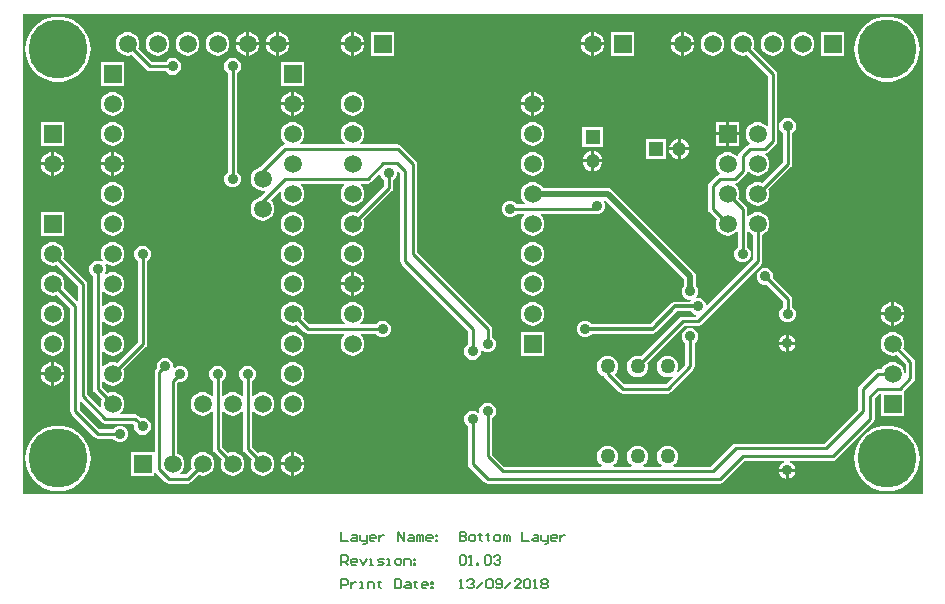
<source format=gbl>
%FSLAX25Y25*%
%MOIN*%
G70*
G01*
G75*
G04 Layer_Physical_Order=2*
G04 Layer_Color=16711680*
%ADD10R,0.04331X0.03937*%
%ADD11R,0.03740X0.03347*%
%ADD12R,0.05906X0.05906*%
%ADD13R,0.03543X0.03937*%
%ADD14C,0.01000*%
%ADD15C,0.03937*%
%ADD16C,0.01969*%
%ADD17C,0.01181*%
%ADD18C,0.00787*%
%ADD19C,0.05000*%
%ADD20C,0.05906*%
%ADD21R,0.05906X0.05906*%
%ADD22R,0.04724X0.04724*%
%ADD23C,0.04724*%
%ADD24R,0.04724X0.04724*%
%ADD25C,0.03543*%
%ADD26C,0.19685*%
G36*
X300000Y160000D02*
Y0D01*
X0D01*
Y160000D01*
X0Y160000D01*
D01*
D01*
D01*
X0Y160000D01*
X300000D01*
X300000Y160000D01*
D02*
G37*
%LPC*%
G36*
X90000Y83987D02*
X88968Y83851D01*
X88007Y83453D01*
X87181Y82819D01*
X86547Y81993D01*
X86149Y81032D01*
X86013Y80000D01*
X86149Y78968D01*
X86547Y78007D01*
X87181Y77181D01*
X88007Y76547D01*
X88968Y76149D01*
X90000Y76013D01*
X91032Y76149D01*
X91993Y76547D01*
X92819Y77181D01*
X93453Y78007D01*
X93851Y78968D01*
X93987Y80000D01*
X93851Y81032D01*
X93453Y81993D01*
X92819Y82819D01*
X91993Y83453D01*
X91032Y83851D01*
X90000Y83987D01*
D02*
G37*
G36*
X110500Y73921D02*
Y70500D01*
X113921D01*
X113851Y71032D01*
X113453Y71993D01*
X112819Y72819D01*
X111993Y73453D01*
X111032Y73851D01*
X110500Y73921D01*
D02*
G37*
G36*
X109500D02*
X108968Y73851D01*
X108007Y73453D01*
X107181Y72819D01*
X106547Y71993D01*
X106149Y71032D01*
X106079Y70500D01*
X109500D01*
Y73921D01*
D02*
G37*
G36*
X110000Y83987D02*
X108968Y83851D01*
X108007Y83453D01*
X107181Y82819D01*
X106547Y81993D01*
X106149Y81032D01*
X106013Y80000D01*
X106149Y78968D01*
X106547Y78007D01*
X107181Y77181D01*
X108007Y76547D01*
X108968Y76149D01*
X110000Y76013D01*
X111032Y76149D01*
X111993Y76547D01*
X112819Y77181D01*
X113453Y78007D01*
X113851Y78968D01*
X113987Y80000D01*
X113851Y81032D01*
X113453Y81993D01*
X112819Y82819D01*
X111993Y83453D01*
X111032Y83851D01*
X110000Y83987D01*
D02*
G37*
G36*
X90000Y93987D02*
X88968Y93851D01*
X88007Y93453D01*
X87181Y92819D01*
X86547Y91993D01*
X86149Y91032D01*
X86013Y90000D01*
X86149Y88968D01*
X86547Y88007D01*
X87181Y87181D01*
X88007Y86547D01*
X88968Y86149D01*
X90000Y86013D01*
X91032Y86149D01*
X91993Y86547D01*
X92819Y87181D01*
X93453Y88007D01*
X93851Y88968D01*
X93987Y90000D01*
X93851Y91032D01*
X93453Y91993D01*
X92819Y92819D01*
X91993Y93453D01*
X91032Y93851D01*
X90000Y93987D01*
D02*
G37*
G36*
X30000D02*
X28968Y93851D01*
X28007Y93453D01*
X27181Y92819D01*
X26547Y91993D01*
X26149Y91032D01*
X26013Y90000D01*
X26149Y88968D01*
X26547Y88007D01*
X27181Y87181D01*
X28007Y86547D01*
X28968Y86149D01*
X30000Y86013D01*
X31032Y86149D01*
X31993Y86547D01*
X32819Y87181D01*
X33453Y88007D01*
X33851Y88968D01*
X33987Y90000D01*
X33851Y91032D01*
X33453Y91993D01*
X32819Y92819D01*
X31993Y93453D01*
X31032Y93851D01*
X30000Y93987D01*
D02*
G37*
G36*
X170000Y83987D02*
X168968Y83851D01*
X168007Y83453D01*
X167181Y82819D01*
X166547Y81993D01*
X166149Y81032D01*
X166013Y80000D01*
X166149Y78968D01*
X166547Y78007D01*
X167181Y77181D01*
X168007Y76547D01*
X168968Y76149D01*
X170000Y76013D01*
X171032Y76149D01*
X171993Y76547D01*
X172819Y77181D01*
X173453Y78007D01*
X173851Y78968D01*
X173987Y80000D01*
X173851Y81032D01*
X173453Y81993D01*
X172819Y82819D01*
X171993Y83453D01*
X171032Y83851D01*
X170000Y83987D01*
D02*
G37*
G36*
X113921Y69500D02*
X110500D01*
Y66079D01*
X111032Y66149D01*
X111993Y66547D01*
X112819Y67181D01*
X113453Y68007D01*
X113851Y68968D01*
X113921Y69500D01*
D02*
G37*
G36*
X290500Y63921D02*
Y60500D01*
X293921D01*
X293851Y61032D01*
X293453Y61993D01*
X292819Y62819D01*
X291993Y63453D01*
X291032Y63851D01*
X290500Y63921D01*
D02*
G37*
G36*
X289500D02*
X288968Y63851D01*
X288007Y63453D01*
X287181Y62819D01*
X286547Y61993D01*
X286149Y61032D01*
X286079Y60500D01*
X289500D01*
Y63921D01*
D02*
G37*
G36*
X247500Y75296D02*
X246777Y75200D01*
X246102Y74921D01*
X245523Y74477D01*
X245079Y73898D01*
X244800Y73224D01*
X244704Y72500D01*
X244800Y71776D01*
X245079Y71102D01*
X245523Y70523D01*
X246102Y70079D01*
X246777Y69800D01*
X247500Y69704D01*
X248059Y69778D01*
X253471Y64367D01*
Y62320D01*
X253023Y61977D01*
X252579Y61398D01*
X252300Y60724D01*
X252204Y60000D01*
X252300Y59276D01*
X252579Y58602D01*
X253023Y58023D01*
X253602Y57579D01*
X254276Y57300D01*
X255000Y57204D01*
X255724Y57300D01*
X256398Y57579D01*
X256977Y58023D01*
X257421Y58602D01*
X257700Y59276D01*
X257796Y60000D01*
X257700Y60724D01*
X257421Y61398D01*
X256977Y61977D01*
X256529Y62320D01*
Y65000D01*
X256413Y65585D01*
X256081Y66081D01*
X250222Y71941D01*
X250296Y72500D01*
X250200Y73224D01*
X249921Y73898D01*
X249477Y74477D01*
X248898Y74921D01*
X248223Y75200D01*
X247500Y75296D01*
D02*
G37*
G36*
X10000Y83987D02*
X8968Y83851D01*
X8007Y83453D01*
X7181Y82819D01*
X6547Y81994D01*
X6149Y81032D01*
X6013Y80000D01*
X6149Y78968D01*
X6547Y78007D01*
X7181Y77181D01*
X8007Y76547D01*
X8968Y76149D01*
X10000Y76013D01*
X11032Y76149D01*
X11496Y76341D01*
X18471Y69367D01*
Y64346D01*
X18009Y64154D01*
X13659Y68504D01*
X13851Y68968D01*
X13987Y70000D01*
X13851Y71032D01*
X13453Y71993D01*
X12819Y72819D01*
X11993Y73453D01*
X11032Y73851D01*
X10000Y73987D01*
X8968Y73851D01*
X8007Y73453D01*
X7181Y72819D01*
X6547Y71993D01*
X6149Y71032D01*
X6013Y70000D01*
X6149Y68968D01*
X6547Y68007D01*
X7181Y67181D01*
X8007Y66547D01*
X8968Y66149D01*
X10000Y66013D01*
X11032Y66149D01*
X11496Y66341D01*
X15971Y61867D01*
Y27500D01*
X16087Y26915D01*
X16419Y26419D01*
X23919Y18919D01*
X24415Y18587D01*
X25000Y18471D01*
X30180D01*
X30523Y18023D01*
X31102Y17579D01*
X31776Y17300D01*
X32500Y17204D01*
X33224Y17300D01*
X33898Y17579D01*
X34477Y18023D01*
X34921Y18602D01*
X35200Y19276D01*
X35296Y20000D01*
X35200Y20724D01*
X34921Y21398D01*
X34477Y21977D01*
X33898Y22421D01*
X33224Y22700D01*
X32500Y22796D01*
X31776Y22700D01*
X31102Y22421D01*
X30523Y21977D01*
X30180Y21529D01*
X25633D01*
X19029Y28133D01*
Y30654D01*
X19491Y30846D01*
X26419Y23919D01*
X26915Y23587D01*
X27500Y23471D01*
X36867D01*
X37278Y23059D01*
X37204Y22500D01*
X37300Y21776D01*
X37579Y21102D01*
X38023Y20523D01*
X38602Y20079D01*
X39276Y19800D01*
X40000Y19704D01*
X40724Y19800D01*
X41398Y20079D01*
X41977Y20523D01*
X42421Y21102D01*
X42700Y21776D01*
X42796Y22500D01*
X42700Y23224D01*
X42421Y23898D01*
X41977Y24477D01*
X41398Y24921D01*
X40724Y25200D01*
X40000Y25296D01*
X39441Y25222D01*
X38581Y26081D01*
X38085Y26413D01*
X37500Y26529D01*
X32748D01*
X32587Y27003D01*
X32819Y27181D01*
X33453Y28007D01*
X33851Y28968D01*
X33987Y30000D01*
X33851Y31032D01*
X33453Y31993D01*
X32819Y32819D01*
X31993Y33453D01*
X31032Y33851D01*
X30000Y33987D01*
X28968Y33851D01*
X28504Y33659D01*
X26529Y35634D01*
Y37252D01*
X27003Y37413D01*
X27181Y37181D01*
X28007Y36547D01*
X28968Y36149D01*
X30000Y36013D01*
X31032Y36149D01*
X31993Y36547D01*
X32819Y37181D01*
X33453Y38007D01*
X33851Y38968D01*
X33987Y40000D01*
X33851Y41032D01*
X33659Y41496D01*
X41082Y48919D01*
X41413Y49415D01*
X41529Y50000D01*
Y77680D01*
X41977Y78023D01*
X42421Y78602D01*
X42700Y79276D01*
X42796Y80000D01*
X42700Y80724D01*
X42421Y81398D01*
X41977Y81977D01*
X41398Y82421D01*
X40724Y82700D01*
X40000Y82796D01*
X39276Y82700D01*
X38602Y82421D01*
X38023Y81977D01*
X37579Y81398D01*
X37300Y80724D01*
X37204Y80000D01*
X37300Y79276D01*
X37579Y78602D01*
X38023Y78023D01*
X38471Y77680D01*
Y50634D01*
X31496Y43659D01*
X31032Y43851D01*
X30000Y43987D01*
X28968Y43851D01*
X28007Y43453D01*
X27181Y42819D01*
X27003Y42587D01*
X26529Y42748D01*
Y47252D01*
X27003Y47413D01*
X27181Y47181D01*
X28007Y46547D01*
X28968Y46149D01*
X30000Y46013D01*
X31032Y46149D01*
X31993Y46547D01*
X32819Y47181D01*
X33453Y48007D01*
X33851Y48968D01*
X33987Y50000D01*
X33851Y51032D01*
X33453Y51993D01*
X32819Y52819D01*
X31993Y53453D01*
X31032Y53851D01*
X30000Y53987D01*
X28968Y53851D01*
X28007Y53453D01*
X27181Y52819D01*
X27003Y52587D01*
X26529Y52748D01*
Y57252D01*
X27003Y57413D01*
X27181Y57181D01*
X28007Y56547D01*
X28968Y56149D01*
X30000Y56013D01*
X31032Y56149D01*
X31993Y56547D01*
X32819Y57181D01*
X33453Y58007D01*
X33851Y58968D01*
X33987Y60000D01*
X33851Y61032D01*
X33453Y61993D01*
X32819Y62819D01*
X31993Y63453D01*
X31032Y63851D01*
X30000Y63987D01*
X28968Y63851D01*
X28007Y63453D01*
X27181Y62819D01*
X27003Y62587D01*
X26529Y62748D01*
Y67252D01*
X27003Y67413D01*
X27181Y67181D01*
X28007Y66547D01*
X28968Y66149D01*
X30000Y66013D01*
X31032Y66149D01*
X31993Y66547D01*
X32819Y67181D01*
X33453Y68007D01*
X33851Y68968D01*
X33987Y70000D01*
X33851Y71032D01*
X33453Y71993D01*
X32819Y72819D01*
X31993Y73453D01*
X31032Y73851D01*
X30000Y73987D01*
X28968Y73851D01*
X28007Y73453D01*
X27824Y73312D01*
X27427Y73617D01*
X27700Y74276D01*
X27796Y75000D01*
X27700Y75724D01*
X27427Y76383D01*
X27824Y76688D01*
X28007Y76547D01*
X28968Y76149D01*
X30000Y76013D01*
X31032Y76149D01*
X31993Y76547D01*
X32819Y77181D01*
X33453Y78007D01*
X33851Y78968D01*
X33987Y80000D01*
X33851Y81032D01*
X33453Y81993D01*
X32819Y82819D01*
X31993Y83453D01*
X31032Y83851D01*
X30000Y83987D01*
X28968Y83851D01*
X28007Y83453D01*
X27181Y82819D01*
X26547Y81993D01*
X26149Y81032D01*
X26013Y80000D01*
X26149Y78968D01*
X26547Y78007D01*
X26687Y77824D01*
X26383Y77427D01*
X25724Y77700D01*
X25000Y77796D01*
X24276Y77700D01*
X23602Y77421D01*
X23023Y76977D01*
X22579Y76398D01*
X22300Y75724D01*
X22204Y75000D01*
X22300Y74276D01*
X22579Y73602D01*
X23023Y73023D01*
X23471Y72680D01*
Y35000D01*
X23587Y34415D01*
X23919Y33919D01*
X26341Y31496D01*
X26149Y31032D01*
X26013Y30000D01*
X26116Y29216D01*
X25668Y28995D01*
X21529Y33134D01*
Y70000D01*
X21432Y70488D01*
X21413Y70585D01*
X21081Y71082D01*
X13659Y78504D01*
X13851Y78968D01*
X13987Y80000D01*
X13851Y81032D01*
X13453Y81994D01*
X12819Y82819D01*
X11993Y83453D01*
X11032Y83851D01*
X10000Y83987D01*
D02*
G37*
G36*
X109500Y69500D02*
X106079D01*
X106149Y68968D01*
X106547Y68007D01*
X107181Y67181D01*
X108007Y66547D01*
X108968Y66149D01*
X109500Y66079D01*
Y69500D01*
D02*
G37*
G36*
X170000Y73987D02*
X168968Y73851D01*
X168007Y73453D01*
X167181Y72819D01*
X166547Y71993D01*
X166149Y71032D01*
X166013Y70000D01*
X166149Y68968D01*
X166547Y68007D01*
X167181Y67181D01*
X168007Y66547D01*
X168968Y66149D01*
X170000Y66013D01*
X171032Y66149D01*
X171993Y66547D01*
X172819Y67181D01*
X173453Y68007D01*
X173851Y68968D01*
X173987Y70000D01*
X173851Y71032D01*
X173453Y71993D01*
X172819Y72819D01*
X171993Y73453D01*
X171032Y73851D01*
X170000Y73987D01*
D02*
G37*
G36*
X90000D02*
X88968Y73851D01*
X88007Y73453D01*
X87181Y72819D01*
X86547Y71993D01*
X86149Y71032D01*
X86013Y70000D01*
X86149Y68968D01*
X86547Y68007D01*
X87181Y67181D01*
X88007Y66547D01*
X88968Y66149D01*
X90000Y66013D01*
X91032Y66149D01*
X91993Y66547D01*
X92819Y67181D01*
X93453Y68007D01*
X93851Y68968D01*
X93987Y70000D01*
X93851Y71032D01*
X93453Y71993D01*
X92819Y72819D01*
X91993Y73453D01*
X91032Y73851D01*
X90000Y73987D01*
D02*
G37*
G36*
X193325Y110563D02*
X190500D01*
Y107738D01*
X190878Y107787D01*
X191696Y108126D01*
X192398Y108665D01*
X192937Y109367D01*
X193276Y110185D01*
X193325Y110563D01*
D02*
G37*
G36*
X189500D02*
X186675D01*
X186724Y110185D01*
X187063Y109367D01*
X187602Y108665D01*
X188304Y108126D01*
X189122Y107787D01*
X189500Y107738D01*
Y110563D01*
D02*
G37*
G36*
X13921Y109500D02*
X10500D01*
Y106079D01*
X11032Y106149D01*
X11993Y106547D01*
X12819Y107181D01*
X13453Y108007D01*
X13851Y108968D01*
X13921Y109500D01*
D02*
G37*
G36*
X29500Y113921D02*
X28968Y113851D01*
X28007Y113453D01*
X27181Y112819D01*
X26547Y111993D01*
X26149Y111032D01*
X26079Y110500D01*
X29500D01*
Y113921D01*
D02*
G37*
G36*
X10500Y113921D02*
Y110500D01*
X13921D01*
X13851Y111032D01*
X13453Y111994D01*
X12819Y112819D01*
X11993Y113453D01*
X11032Y113851D01*
X10500Y113921D01*
D02*
G37*
G36*
X9500D02*
X8968Y113851D01*
X8007Y113453D01*
X7181Y112819D01*
X6547Y111994D01*
X6149Y111032D01*
X6079Y110500D01*
X9500D01*
Y113921D01*
D02*
G37*
G36*
X30500Y113921D02*
Y110500D01*
X33921D01*
X33851Y111032D01*
X33453Y111993D01*
X32819Y112819D01*
X31993Y113453D01*
X31032Y113851D01*
X30500Y113921D01*
D02*
G37*
G36*
X9500Y109500D02*
X6079D01*
X6149Y108968D01*
X6547Y108007D01*
X7181Y107181D01*
X8007Y106547D01*
X8968Y106149D01*
X9500Y106079D01*
Y109500D01*
D02*
G37*
G36*
X70000Y145296D02*
X69276Y145200D01*
X68602Y144921D01*
X68023Y144477D01*
X67579Y143898D01*
X67300Y143224D01*
X67204Y142500D01*
X67300Y141776D01*
X67579Y141102D01*
X68023Y140523D01*
X68471Y140180D01*
Y107320D01*
X68023Y106977D01*
X67579Y106398D01*
X67300Y105724D01*
X67204Y105000D01*
X67300Y104276D01*
X67579Y103602D01*
X68023Y103023D01*
X68602Y102579D01*
X69276Y102300D01*
X70000Y102204D01*
X70724Y102300D01*
X71398Y102579D01*
X71977Y103023D01*
X72421Y103602D01*
X72700Y104276D01*
X72796Y105000D01*
X72700Y105724D01*
X72421Y106398D01*
X71977Y106977D01*
X71529Y107320D01*
Y140180D01*
X71977Y140523D01*
X72421Y141102D01*
X72700Y141776D01*
X72796Y142500D01*
X72700Y143224D01*
X72421Y143898D01*
X71977Y144477D01*
X71398Y144921D01*
X70724Y145200D01*
X70000Y145296D01*
D02*
G37*
G36*
X30000Y103987D02*
X28968Y103851D01*
X28007Y103453D01*
X27181Y102819D01*
X26547Y101993D01*
X26149Y101032D01*
X26013Y100000D01*
X26149Y98968D01*
X26547Y98007D01*
X27181Y97181D01*
X28007Y96547D01*
X28968Y96149D01*
X30000Y96013D01*
X31032Y96149D01*
X31993Y96547D01*
X32819Y97181D01*
X33453Y98007D01*
X33851Y98968D01*
X33987Y100000D01*
X33851Y101032D01*
X33453Y101993D01*
X32819Y102819D01*
X31993Y103453D01*
X31032Y103851D01*
X30000Y103987D01*
D02*
G37*
G36*
X13953Y93953D02*
X6047D01*
Y86047D01*
X13953D01*
Y93953D01*
D02*
G37*
G36*
X255000Y125296D02*
X254276Y125200D01*
X253602Y124921D01*
X253023Y124477D01*
X252579Y123898D01*
X252300Y123224D01*
X252204Y122500D01*
X252300Y121776D01*
X252579Y121102D01*
X253023Y120523D01*
X253471Y120180D01*
Y110634D01*
X246496Y103659D01*
X246032Y103851D01*
X245000Y103987D01*
X243968Y103851D01*
X243007Y103453D01*
X242181Y102819D01*
X241547Y101993D01*
X241149Y101032D01*
X241013Y100000D01*
X241149Y98968D01*
X241547Y98007D01*
X242181Y97181D01*
X243007Y96547D01*
X243968Y96149D01*
X245000Y96013D01*
X246032Y96149D01*
X246993Y96547D01*
X247819Y97181D01*
X248453Y98007D01*
X248851Y98968D01*
X248987Y100000D01*
X248851Y101032D01*
X248659Y101496D01*
X256081Y108919D01*
X256413Y109415D01*
X256529Y110000D01*
Y120180D01*
X256977Y120523D01*
X257421Y121102D01*
X257700Y121776D01*
X257796Y122500D01*
X257700Y123224D01*
X257421Y123898D01*
X256977Y124477D01*
X256398Y124921D01*
X255724Y125200D01*
X255000Y125296D01*
D02*
G37*
G36*
X33921Y109500D02*
X30500D01*
Y106079D01*
X31032Y106149D01*
X31993Y106547D01*
X32819Y107181D01*
X33453Y108007D01*
X33851Y108968D01*
X33921Y109500D01*
D02*
G37*
G36*
X29500D02*
X26079D01*
X26149Y108968D01*
X26547Y108007D01*
X27181Y107181D01*
X28007Y106547D01*
X28968Y106149D01*
X29500Y106079D01*
Y109500D01*
D02*
G37*
G36*
X170000Y113987D02*
X168968Y113851D01*
X168007Y113453D01*
X167181Y112819D01*
X166547Y111993D01*
X166149Y111032D01*
X166013Y110000D01*
X166149Y108968D01*
X166547Y108007D01*
X167181Y107181D01*
X168007Y106547D01*
X168968Y106149D01*
X170000Y106013D01*
X171032Y106149D01*
X171993Y106547D01*
X172819Y107181D01*
X173453Y108007D01*
X173851Y108968D01*
X173987Y110000D01*
X173851Y111032D01*
X173453Y111993D01*
X172819Y112819D01*
X171993Y113453D01*
X171032Y113851D01*
X170000Y113987D01*
D02*
G37*
G36*
X90000Y43987D02*
X88968Y43851D01*
X88007Y43453D01*
X87181Y42819D01*
X86547Y41993D01*
X86149Y41032D01*
X86013Y40000D01*
X86149Y38968D01*
X86547Y38007D01*
X87181Y37181D01*
X88007Y36547D01*
X88968Y36149D01*
X90000Y36013D01*
X91032Y36149D01*
X91993Y36547D01*
X92819Y37181D01*
X93453Y38007D01*
X93851Y38968D01*
X93987Y40000D01*
X93851Y41032D01*
X93453Y41993D01*
X92819Y42819D01*
X91993Y43453D01*
X91032Y43851D01*
X90000Y43987D01*
D02*
G37*
G36*
X75000Y42796D02*
X74276Y42700D01*
X73602Y42421D01*
X73023Y41977D01*
X72579Y41398D01*
X72300Y40724D01*
X72204Y40000D01*
X72300Y39276D01*
X72579Y38602D01*
X73023Y38023D01*
X73471Y37680D01*
Y32748D01*
X72997Y32587D01*
X72819Y32819D01*
X71993Y33453D01*
X71032Y33851D01*
X70000Y33987D01*
X68968Y33851D01*
X68007Y33453D01*
X67181Y32819D01*
X67003Y32587D01*
X66529Y32748D01*
Y37680D01*
X66977Y38023D01*
X67421Y38602D01*
X67700Y39276D01*
X67796Y40000D01*
X67700Y40724D01*
X67421Y41398D01*
X66977Y41977D01*
X66398Y42421D01*
X65724Y42700D01*
X65000Y42796D01*
X64276Y42700D01*
X63602Y42421D01*
X63023Y41977D01*
X62579Y41398D01*
X62300Y40724D01*
X62204Y40000D01*
X62300Y39276D01*
X62579Y38602D01*
X63023Y38023D01*
X63471Y37680D01*
Y32748D01*
X62997Y32587D01*
X62819Y32819D01*
X61993Y33453D01*
X61032Y33851D01*
X60000Y33987D01*
X58968Y33851D01*
X58007Y33453D01*
X57181Y32819D01*
X56547Y31993D01*
X56149Y31032D01*
X56013Y30000D01*
X56149Y28968D01*
X56547Y28007D01*
X57181Y27181D01*
X58007Y26547D01*
X58968Y26149D01*
X60000Y26013D01*
X61032Y26149D01*
X61993Y26547D01*
X62819Y27181D01*
X62997Y27413D01*
X63471Y27252D01*
Y15000D01*
X63587Y14415D01*
X63919Y13919D01*
X66341Y11496D01*
X66149Y11032D01*
X66013Y10000D01*
X66149Y8968D01*
X66547Y8007D01*
X67181Y7181D01*
X68007Y6547D01*
X68968Y6149D01*
X70000Y6013D01*
X71032Y6149D01*
X71993Y6547D01*
X72819Y7181D01*
X73453Y8007D01*
X73851Y8968D01*
X73987Y10000D01*
X73851Y11032D01*
X73453Y11993D01*
X72819Y12819D01*
X71993Y13453D01*
X71032Y13851D01*
X70000Y13987D01*
X68968Y13851D01*
X68504Y13659D01*
X66529Y15633D01*
Y27252D01*
X67003Y27413D01*
X67181Y27181D01*
X68007Y26547D01*
X68968Y26149D01*
X70000Y26013D01*
X71032Y26149D01*
X71993Y26547D01*
X72819Y27181D01*
X72997Y27413D01*
X73471Y27252D01*
Y15000D01*
X73587Y14415D01*
X73919Y13919D01*
X76341Y11496D01*
X76149Y11032D01*
X76013Y10000D01*
X76149Y8968D01*
X76547Y8007D01*
X77181Y7181D01*
X78007Y6547D01*
X78968Y6149D01*
X80000Y6013D01*
X81032Y6149D01*
X81993Y6547D01*
X82819Y7181D01*
X83453Y8007D01*
X83851Y8968D01*
X83987Y10000D01*
X83851Y11032D01*
X83453Y11993D01*
X82819Y12819D01*
X81993Y13453D01*
X81032Y13851D01*
X80000Y13987D01*
X78968Y13851D01*
X78504Y13659D01*
X76529Y15633D01*
Y27252D01*
X77003Y27413D01*
X77181Y27181D01*
X78007Y26547D01*
X78968Y26149D01*
X80000Y26013D01*
X81032Y26149D01*
X81993Y26547D01*
X82819Y27181D01*
X83453Y28007D01*
X83851Y28968D01*
X83987Y30000D01*
X83851Y31032D01*
X83453Y31993D01*
X82819Y32819D01*
X81993Y33453D01*
X81032Y33851D01*
X80000Y33987D01*
X78968Y33851D01*
X78007Y33453D01*
X77181Y32819D01*
X77003Y32587D01*
X76529Y32748D01*
Y37680D01*
X76977Y38023D01*
X77421Y38602D01*
X77700Y39276D01*
X77796Y40000D01*
X77700Y40724D01*
X77421Y41398D01*
X76977Y41977D01*
X76398Y42421D01*
X75724Y42700D01*
X75000Y42796D01*
D02*
G37*
G36*
X90000Y33987D02*
X88968Y33851D01*
X88007Y33453D01*
X87181Y32819D01*
X86547Y31993D01*
X86149Y31032D01*
X86013Y30000D01*
X86149Y28968D01*
X86547Y28007D01*
X87181Y27181D01*
X88007Y26547D01*
X88968Y26149D01*
X90000Y26013D01*
X91032Y26149D01*
X91993Y26547D01*
X92819Y27181D01*
X93453Y28007D01*
X93851Y28968D01*
X93987Y30000D01*
X93851Y31032D01*
X93453Y31993D01*
X92819Y32819D01*
X91993Y33453D01*
X91032Y33851D01*
X90000Y33987D01*
D02*
G37*
G36*
X9500Y39500D02*
X6079D01*
X6149Y38968D01*
X6547Y38007D01*
X7181Y37181D01*
X8007Y36547D01*
X8968Y36149D01*
X9500Y36079D01*
Y39500D01*
D02*
G37*
G36*
X290000Y53987D02*
X288968Y53851D01*
X288007Y53453D01*
X287181Y52819D01*
X286547Y51993D01*
X286149Y51032D01*
X286013Y50000D01*
X286149Y48968D01*
X286547Y48007D01*
X287181Y47181D01*
X288007Y46547D01*
X288968Y46149D01*
X290000Y46013D01*
X291032Y46149D01*
X291496Y46341D01*
X294455Y43382D01*
Y40268D01*
X294186Y40250D01*
Y40250D01*
X293956Y40235D01*
X293851Y41032D01*
X293453Y41993D01*
X292819Y42819D01*
X291993Y43453D01*
X291032Y43851D01*
X290000Y43987D01*
X288968Y43851D01*
X288007Y43453D01*
X287181Y42819D01*
X286547Y41993D01*
X286355Y41529D01*
X285000D01*
X284415Y41413D01*
X283919Y41081D01*
X278919Y36081D01*
X278587Y35585D01*
X278471Y35000D01*
Y28133D01*
X267099Y16762D01*
X237732D01*
X237147Y16645D01*
X236651Y16314D01*
X229366Y9029D01*
X217004D01*
X216843Y9503D01*
X217496Y10004D01*
X218057Y10735D01*
X218410Y11586D01*
X218530Y12500D01*
X218410Y13414D01*
X218057Y14265D01*
X217496Y14996D01*
X216765Y15557D01*
X215914Y15910D01*
X215000Y16030D01*
X214086Y15910D01*
X213235Y15557D01*
X212504Y14996D01*
X211943Y14265D01*
X211590Y13414D01*
X211470Y12500D01*
X211590Y11586D01*
X211943Y10735D01*
X212504Y10004D01*
X213157Y9503D01*
X212996Y9029D01*
X207004D01*
X206843Y9503D01*
X207496Y10004D01*
X208057Y10735D01*
X208410Y11586D01*
X208530Y12500D01*
X208410Y13414D01*
X208057Y14265D01*
X207496Y14996D01*
X206765Y15557D01*
X205914Y15910D01*
X205000Y16030D01*
X204086Y15910D01*
X203235Y15557D01*
X202504Y14996D01*
X201943Y14265D01*
X201590Y13414D01*
X201470Y12500D01*
X201590Y11586D01*
X201943Y10735D01*
X202504Y10004D01*
X203157Y9503D01*
X202996Y9029D01*
X197004D01*
X196843Y9503D01*
X197496Y10004D01*
X198057Y10735D01*
X198410Y11586D01*
X198530Y12500D01*
X198410Y13414D01*
X198057Y14265D01*
X197496Y14996D01*
X196765Y15557D01*
X195914Y15910D01*
X195000Y16030D01*
X194086Y15910D01*
X193235Y15557D01*
X192504Y14996D01*
X191943Y14265D01*
X191590Y13414D01*
X191470Y12500D01*
X191590Y11586D01*
X191943Y10735D01*
X192504Y10004D01*
X193157Y9503D01*
X192996Y9029D01*
X160634D01*
X156529Y13134D01*
Y25180D01*
X156977Y25523D01*
X157421Y26102D01*
X157700Y26776D01*
X157796Y27500D01*
X157700Y28224D01*
X157421Y28898D01*
X156977Y29477D01*
X156398Y29921D01*
X155724Y30200D01*
X155000Y30296D01*
X154276Y30200D01*
X153602Y29921D01*
X153023Y29477D01*
X152579Y28898D01*
X152300Y28224D01*
X152204Y27500D01*
X152221Y27371D01*
X151788Y27121D01*
X151398Y27421D01*
X150724Y27700D01*
X150000Y27796D01*
X149276Y27700D01*
X148602Y27421D01*
X148023Y26977D01*
X147579Y26398D01*
X147300Y25724D01*
X147204Y25000D01*
X147300Y24276D01*
X147579Y23602D01*
X148023Y23023D01*
X148471Y22680D01*
Y10000D01*
X148587Y9415D01*
X148919Y8919D01*
X153919Y3919D01*
X154415Y3587D01*
X155000Y3471D01*
X232500D01*
X233085Y3587D01*
X233581Y3919D01*
X240634Y10971D01*
X253873D01*
X253971Y10480D01*
X253523Y10295D01*
X252944Y9851D01*
X252500Y9272D01*
X252221Y8598D01*
X252191Y8374D01*
X257651D01*
X257622Y8598D01*
X257342Y9272D01*
X256898Y9851D01*
X256319Y10295D01*
X255872Y10480D01*
X255970Y10971D01*
X270000D01*
X270585Y11087D01*
X271081Y11419D01*
X283581Y23919D01*
X283913Y24415D01*
X284029Y25000D01*
Y31866D01*
X285585Y33422D01*
X286047Y33231D01*
Y26047D01*
X293953D01*
Y33953D01*
X293953Y33953D01*
X293953D01*
X293854Y34191D01*
X297066Y37403D01*
X297397Y37899D01*
X297514Y38484D01*
Y44016D01*
X297397Y44601D01*
X297066Y45097D01*
X293659Y48504D01*
X293851Y48968D01*
X293987Y50000D01*
X293851Y51032D01*
X293453Y51993D01*
X292819Y52819D01*
X291993Y53453D01*
X291032Y53851D01*
X290000Y53987D01*
D02*
G37*
G36*
X47500Y45296D02*
X46776Y45200D01*
X46102Y44921D01*
X45523Y44477D01*
X45079Y43898D01*
X44800Y43224D01*
X44704Y42500D01*
X44778Y41941D01*
X44466Y41629D01*
X44134Y41133D01*
X44018Y40547D01*
Y14018D01*
X43953Y13953D01*
X43664Y13953D01*
X43664Y13953D01*
Y13953D01*
X36047D01*
Y6047D01*
X43953D01*
Y6981D01*
X44431Y7126D01*
X44466Y7074D01*
X47621Y3919D01*
X48118Y3587D01*
X48703Y3471D01*
X55000D01*
X55585Y3587D01*
X56081Y3919D01*
X58504Y6341D01*
X58968Y6149D01*
X60000Y6013D01*
X61032Y6149D01*
X61993Y6547D01*
X62819Y7181D01*
X63453Y8007D01*
X63851Y8968D01*
X63987Y10000D01*
X63851Y11032D01*
X63453Y11993D01*
X62819Y12819D01*
X61993Y13453D01*
X61032Y13851D01*
X60000Y13987D01*
X58968Y13851D01*
X58007Y13453D01*
X57181Y12819D01*
X56547Y11993D01*
X56149Y11032D01*
X56013Y10000D01*
X56149Y8968D01*
X56341Y8504D01*
X54366Y6529D01*
X52748D01*
X52587Y7003D01*
X52819Y7181D01*
X53453Y8007D01*
X53851Y8968D01*
X53987Y10000D01*
X53851Y11032D01*
X53453Y11993D01*
X52819Y12819D01*
X51993Y13453D01*
X51529Y13645D01*
Y36867D01*
X51941Y37278D01*
X52500Y37204D01*
X53224Y37300D01*
X53898Y37579D01*
X54477Y38023D01*
X54921Y38602D01*
X55200Y39276D01*
X55296Y40000D01*
X55200Y40724D01*
X54921Y41398D01*
X54477Y41977D01*
X53898Y42421D01*
X53224Y42700D01*
X52500Y42796D01*
X51776Y42700D01*
X51102Y42421D01*
X50712Y42121D01*
X50279Y42371D01*
X50296Y42500D01*
X50200Y43224D01*
X49921Y43898D01*
X49477Y44477D01*
X48898Y44921D01*
X48224Y45200D01*
X47500Y45296D01*
D02*
G37*
G36*
X13921Y39500D02*
X10500D01*
Y36079D01*
X11032Y36149D01*
X11993Y36547D01*
X12819Y37181D01*
X13453Y38007D01*
X13851Y38968D01*
X13921Y39500D01*
D02*
G37*
G36*
X90500Y13921D02*
Y10500D01*
X93921D01*
X93851Y11032D01*
X93453Y11993D01*
X92819Y12819D01*
X91993Y13453D01*
X91032Y13851D01*
X90500Y13921D01*
D02*
G37*
G36*
X254421Y7374D02*
X252191D01*
X252221Y7151D01*
X252500Y6476D01*
X252944Y5897D01*
X253523Y5453D01*
X254198Y5174D01*
X254421Y5144D01*
Y7374D01*
D02*
G37*
G36*
X288189Y22687D02*
X286488Y22553D01*
X284828Y22155D01*
X283251Y21502D01*
X281796Y20610D01*
X280499Y19502D01*
X279390Y18204D01*
X278498Y16749D01*
X277845Y15172D01*
X277447Y13512D01*
X277313Y11811D01*
X277447Y10110D01*
X277845Y8450D01*
X278498Y6873D01*
X279390Y5418D01*
X280499Y4121D01*
X281796Y3012D01*
X283251Y2120D01*
X284828Y1467D01*
X286488Y1069D01*
X288189Y935D01*
X289890Y1069D01*
X291550Y1467D01*
X293127Y2120D01*
X294582Y3012D01*
X295880Y4121D01*
X296988Y5418D01*
X297880Y6873D01*
X298533Y8450D01*
X298931Y10110D01*
X299065Y11811D01*
X298931Y13512D01*
X298533Y15172D01*
X297880Y16749D01*
X296988Y18204D01*
X295880Y19502D01*
X294582Y20610D01*
X293127Y21502D01*
X291550Y22155D01*
X289890Y22553D01*
X288189Y22687D01*
D02*
G37*
G36*
X11811D02*
X10110Y22553D01*
X8450Y22155D01*
X6873Y21502D01*
X5418Y20610D01*
X4121Y19502D01*
X3012Y18204D01*
X2120Y16749D01*
X1467Y15172D01*
X1069Y13512D01*
X935Y11811D01*
X1069Y10110D01*
X1467Y8450D01*
X2120Y6873D01*
X3012Y5418D01*
X4121Y4121D01*
X5418Y3012D01*
X6873Y2120D01*
X8450Y1467D01*
X10110Y1069D01*
X11811Y935D01*
X13512Y1069D01*
X15172Y1467D01*
X16749Y2120D01*
X18204Y3012D01*
X19502Y4121D01*
X20610Y5418D01*
X21502Y6873D01*
X22155Y8450D01*
X22553Y10110D01*
X22687Y11811D01*
X22553Y13512D01*
X22155Y15172D01*
X21502Y16749D01*
X20610Y18204D01*
X19502Y19502D01*
X18204Y20610D01*
X16749Y21502D01*
X15172Y22155D01*
X13512Y22553D01*
X11811Y22687D01*
D02*
G37*
G36*
X257651Y7374D02*
X255421D01*
Y5144D01*
X255645Y5174D01*
X256319Y5453D01*
X256898Y5897D01*
X257342Y6476D01*
X257622Y7151D01*
X257651Y7374D01*
D02*
G37*
G36*
X89500Y13921D02*
X88968Y13851D01*
X88007Y13453D01*
X87181Y12819D01*
X86547Y11993D01*
X86149Y11032D01*
X86079Y10500D01*
X89500D01*
Y13921D01*
D02*
G37*
G36*
X93921Y9500D02*
X90500D01*
Y6079D01*
X91032Y6149D01*
X91993Y6547D01*
X92819Y7181D01*
X93453Y8007D01*
X93851Y8968D01*
X93921Y9500D01*
D02*
G37*
G36*
X89500D02*
X86079D01*
X86149Y8968D01*
X86547Y8007D01*
X87181Y7181D01*
X88007Y6547D01*
X88968Y6149D01*
X89500Y6079D01*
Y9500D01*
D02*
G37*
G36*
X170000Y63987D02*
X168968Y63851D01*
X168007Y63453D01*
X167181Y62819D01*
X166547Y61993D01*
X166149Y61032D01*
X166013Y60000D01*
X166149Y58968D01*
X166547Y58007D01*
X167181Y57181D01*
X168007Y56547D01*
X168968Y56149D01*
X170000Y56013D01*
X171032Y56149D01*
X171993Y56547D01*
X172819Y57181D01*
X173453Y58007D01*
X173851Y58968D01*
X173987Y60000D01*
X173851Y61032D01*
X173453Y61993D01*
X172819Y62819D01*
X171993Y63453D01*
X171032Y63851D01*
X170000Y63987D01*
D02*
G37*
G36*
X255421Y52927D02*
Y50697D01*
X257651D01*
X257622Y50920D01*
X257342Y51595D01*
X256898Y52174D01*
X256319Y52618D01*
X255645Y52897D01*
X255421Y52927D01*
D02*
G37*
G36*
X254421D02*
X254198Y52897D01*
X253523Y52618D01*
X252944Y52174D01*
X252500Y51595D01*
X252221Y50920D01*
X252191Y50697D01*
X254421D01*
Y52927D01*
D02*
G37*
G36*
X10000Y63987D02*
X8968Y63851D01*
X8007Y63453D01*
X7181Y62819D01*
X6547Y61993D01*
X6149Y61032D01*
X6013Y60000D01*
X6149Y58968D01*
X6547Y58007D01*
X7181Y57181D01*
X8007Y56547D01*
X8968Y56149D01*
X10000Y56013D01*
X11032Y56149D01*
X11993Y56547D01*
X12819Y57181D01*
X13453Y58007D01*
X13851Y58968D01*
X13987Y60000D01*
X13851Y61032D01*
X13453Y61993D01*
X12819Y62819D01*
X11993Y63453D01*
X11032Y63851D01*
X10000Y63987D01*
D02*
G37*
G36*
X110000Y63987D02*
X108968Y63851D01*
X108007Y63453D01*
X107181Y62819D01*
X106547Y61993D01*
X106149Y61032D01*
X106013Y60000D01*
X106149Y58968D01*
X106547Y58007D01*
X107181Y57181D01*
X107413Y57003D01*
X107252Y56529D01*
X95634D01*
X93659Y58504D01*
X93851Y58968D01*
X93987Y60000D01*
X93851Y61032D01*
X93453Y61993D01*
X92819Y62819D01*
X91993Y63453D01*
X91032Y63851D01*
X90000Y63987D01*
X88968Y63851D01*
X88007Y63453D01*
X87181Y62819D01*
X86547Y61993D01*
X86149Y61032D01*
X86013Y60000D01*
X86149Y58968D01*
X86547Y58007D01*
X87181Y57181D01*
X88007Y56547D01*
X88968Y56149D01*
X90000Y56013D01*
X91032Y56149D01*
X91496Y56341D01*
X93919Y53919D01*
X94415Y53587D01*
X95000Y53471D01*
X107252D01*
X107413Y52997D01*
X107181Y52819D01*
X106547Y51993D01*
X106149Y51032D01*
X106013Y50000D01*
X106149Y48968D01*
X106547Y48007D01*
X107181Y47181D01*
X108007Y46547D01*
X108968Y46149D01*
X110000Y46013D01*
X111032Y46149D01*
X111993Y46547D01*
X112819Y47181D01*
X113453Y48007D01*
X113851Y48968D01*
X113987Y50000D01*
X113851Y51032D01*
X113453Y51993D01*
X112819Y52819D01*
X112587Y52997D01*
X112748Y53471D01*
X117680D01*
X118023Y53023D01*
X118602Y52579D01*
X119276Y52300D01*
X120000Y52204D01*
X120724Y52300D01*
X121398Y52579D01*
X121977Y53023D01*
X122421Y53602D01*
X122700Y54276D01*
X122796Y55000D01*
X122700Y55724D01*
X122421Y56398D01*
X121977Y56977D01*
X121398Y57421D01*
X120724Y57700D01*
X120000Y57796D01*
X119276Y57700D01*
X118602Y57421D01*
X118023Y56977D01*
X117680Y56529D01*
X112748D01*
X112587Y57003D01*
X112819Y57181D01*
X113453Y58007D01*
X113851Y58968D01*
X113987Y60000D01*
X113851Y61032D01*
X113453Y61993D01*
X112819Y62819D01*
X111993Y63453D01*
X111032Y63851D01*
X110000Y63987D01*
D02*
G37*
G36*
X293921Y59500D02*
X290500D01*
Y56079D01*
X291032Y56149D01*
X291993Y56547D01*
X292819Y57181D01*
X293453Y58007D01*
X293851Y58968D01*
X293921Y59500D01*
D02*
G37*
G36*
X289500D02*
X286079D01*
X286149Y58968D01*
X286547Y58007D01*
X287181Y57181D01*
X288007Y56547D01*
X288968Y56149D01*
X289500Y56079D01*
Y59500D01*
D02*
G37*
G36*
X257651Y49697D02*
X255421D01*
Y47467D01*
X255645Y47497D01*
X256319Y47776D01*
X256898Y48220D01*
X257342Y48799D01*
X257622Y49473D01*
X257651Y49697D01*
D02*
G37*
G36*
X222500Y55296D02*
X221777Y55200D01*
X221102Y54921D01*
X220523Y54477D01*
X220079Y53898D01*
X219800Y53224D01*
X219704Y52500D01*
X219800Y51776D01*
X220079Y51102D01*
X220523Y50523D01*
X220971Y50180D01*
Y43134D01*
X218599Y40762D01*
X218184Y41040D01*
X218410Y41586D01*
X218530Y42500D01*
X218410Y43414D01*
X218057Y44265D01*
X217496Y44996D01*
X216765Y45557D01*
X215914Y45910D01*
X215000Y46030D01*
X214086Y45910D01*
X213235Y45557D01*
X212504Y44996D01*
X211943Y44265D01*
X211590Y43414D01*
X211470Y42500D01*
X211590Y41586D01*
X211943Y40735D01*
X212504Y40004D01*
X213235Y39443D01*
X214086Y39090D01*
X215000Y38970D01*
X215914Y39090D01*
X216460Y39316D01*
X216738Y38901D01*
X214367Y36529D01*
X200634D01*
X197476Y39687D01*
X197496Y40004D01*
X198057Y40735D01*
X198410Y41586D01*
X198530Y42500D01*
X198410Y43414D01*
X198057Y44265D01*
X197496Y44996D01*
X196765Y45557D01*
X195914Y45910D01*
X195000Y46030D01*
X194086Y45910D01*
X193235Y45557D01*
X192504Y44996D01*
X191943Y44265D01*
X191590Y43414D01*
X191470Y42500D01*
X191590Y41586D01*
X191943Y40735D01*
X192504Y40004D01*
X193235Y39443D01*
X193696Y39252D01*
X193919Y38919D01*
X198919Y33919D01*
X199415Y33587D01*
X200000Y33471D01*
X215000D01*
X215585Y33587D01*
X216081Y33919D01*
X223581Y41419D01*
X223913Y41915D01*
X224029Y42500D01*
Y50180D01*
X224477Y50523D01*
X224921Y51102D01*
X225200Y51776D01*
X225296Y52500D01*
X225200Y53224D01*
X224921Y53898D01*
X224477Y54477D01*
X223898Y54921D01*
X223223Y55200D01*
X222500Y55296D01*
D02*
G37*
G36*
X10500Y43921D02*
Y40500D01*
X13921D01*
X13851Y41032D01*
X13453Y41993D01*
X12819Y42819D01*
X11993Y43453D01*
X11032Y43851D01*
X10500Y43921D01*
D02*
G37*
G36*
X9500D02*
X8968Y43851D01*
X8007Y43453D01*
X7181Y42819D01*
X6547Y41993D01*
X6149Y41032D01*
X6079Y40500D01*
X9500D01*
Y43921D01*
D02*
G37*
G36*
X90000Y53987D02*
X88968Y53851D01*
X88007Y53453D01*
X87181Y52819D01*
X86547Y51993D01*
X86149Y51032D01*
X86013Y50000D01*
X86149Y48968D01*
X86547Y48007D01*
X87181Y47181D01*
X88007Y46547D01*
X88968Y46149D01*
X90000Y46013D01*
X91032Y46149D01*
X91993Y46547D01*
X92819Y47181D01*
X93453Y48007D01*
X93851Y48968D01*
X93987Y50000D01*
X93851Y51032D01*
X93453Y51993D01*
X92819Y52819D01*
X91993Y53453D01*
X91032Y53851D01*
X90000Y53987D01*
D02*
G37*
G36*
X254421Y49697D02*
X252191D01*
X252221Y49473D01*
X252500Y48799D01*
X252944Y48220D01*
X253523Y47776D01*
X254198Y47497D01*
X254421Y47467D01*
Y49697D01*
D02*
G37*
G36*
X173953Y53953D02*
X166047D01*
Y46047D01*
X173953D01*
Y53953D01*
D02*
G37*
G36*
X10000Y53987D02*
X8968Y53851D01*
X8007Y53453D01*
X7181Y52819D01*
X6547Y51994D01*
X6149Y51032D01*
X6013Y50000D01*
X6149Y48968D01*
X6547Y48007D01*
X7181Y47181D01*
X8007Y46547D01*
X8968Y46149D01*
X10000Y46013D01*
X11032Y46149D01*
X11993Y46547D01*
X12819Y47181D01*
X13453Y48007D01*
X13851Y48968D01*
X13987Y50000D01*
X13851Y51032D01*
X13453Y51994D01*
X12819Y52819D01*
X11993Y53453D01*
X11032Y53851D01*
X10000Y53987D01*
D02*
G37*
G36*
X189500Y114388D02*
X189122Y114339D01*
X188304Y114000D01*
X187602Y113461D01*
X187063Y112759D01*
X186724Y111941D01*
X186675Y111563D01*
X189500D01*
Y114388D01*
D02*
G37*
G36*
X74500Y149500D02*
X71079D01*
X71149Y148968D01*
X71547Y148007D01*
X72181Y147181D01*
X73007Y146547D01*
X73968Y146149D01*
X74500Y146079D01*
Y149500D01*
D02*
G37*
G36*
X273953Y153953D02*
X266047D01*
Y146047D01*
X273953D01*
Y153953D01*
D02*
G37*
G36*
X203953D02*
X196047D01*
Y146047D01*
X203953D01*
Y153953D01*
D02*
G37*
G36*
X78921Y149500D02*
X75500D01*
Y146079D01*
X76032Y146149D01*
X76993Y146547D01*
X77819Y147181D01*
X78453Y148007D01*
X78851Y148968D01*
X78921Y149500D01*
D02*
G37*
G36*
X109500D02*
X106079D01*
X106149Y148968D01*
X106547Y148007D01*
X107181Y147181D01*
X108007Y146547D01*
X108968Y146149D01*
X109500Y146079D01*
Y149500D01*
D02*
G37*
G36*
X88921D02*
X85500D01*
Y146079D01*
X86032Y146149D01*
X86993Y146547D01*
X87819Y147181D01*
X88453Y148007D01*
X88851Y148968D01*
X88921Y149500D01*
D02*
G37*
G36*
X84500D02*
X81079D01*
X81149Y148968D01*
X81547Y148007D01*
X82181Y147181D01*
X83007Y146547D01*
X83968Y146149D01*
X84500Y146079D01*
Y149500D01*
D02*
G37*
G36*
X123953Y153953D02*
X116047D01*
Y146047D01*
X123953D01*
Y153953D01*
D02*
G37*
G36*
X55000Y153987D02*
X53968Y153851D01*
X53007Y153453D01*
X52181Y152819D01*
X51547Y151993D01*
X51149Y151032D01*
X51013Y150000D01*
X51149Y148968D01*
X51547Y148007D01*
X52181Y147181D01*
X53007Y146547D01*
X53968Y146149D01*
X55000Y146013D01*
X56032Y146149D01*
X56993Y146547D01*
X57819Y147181D01*
X58453Y148007D01*
X58851Y148968D01*
X58987Y150000D01*
X58851Y151032D01*
X58453Y151993D01*
X57819Y152819D01*
X56993Y153453D01*
X56032Y153851D01*
X55000Y153987D01*
D02*
G37*
G36*
X45000D02*
X43968Y153851D01*
X43007Y153453D01*
X42181Y152819D01*
X41547Y151993D01*
X41149Y151032D01*
X41013Y150000D01*
X41149Y148968D01*
X41547Y148007D01*
X42181Y147181D01*
X43007Y146547D01*
X43968Y146149D01*
X45000Y146013D01*
X46032Y146149D01*
X46993Y146547D01*
X47819Y147181D01*
X48453Y148007D01*
X48851Y148968D01*
X48987Y150000D01*
X48851Y151032D01*
X48453Y151993D01*
X47819Y152819D01*
X46993Y153453D01*
X46032Y153851D01*
X45000Y153987D01*
D02*
G37*
G36*
X35000D02*
X33968Y153851D01*
X33007Y153453D01*
X32181Y152819D01*
X31547Y151993D01*
X31149Y151032D01*
X31013Y150000D01*
X31149Y148968D01*
X31547Y148007D01*
X32181Y147181D01*
X33007Y146547D01*
X33968Y146149D01*
X35000Y146013D01*
X36032Y146149D01*
X36496Y146341D01*
X41419Y141419D01*
X41915Y141087D01*
X42500Y140971D01*
X47680D01*
X48023Y140523D01*
X48602Y140079D01*
X49276Y139800D01*
X50000Y139704D01*
X50724Y139800D01*
X51398Y140079D01*
X51977Y140523D01*
X52421Y141102D01*
X52700Y141776D01*
X52796Y142500D01*
X52700Y143224D01*
X52421Y143898D01*
X51977Y144477D01*
X51398Y144921D01*
X50724Y145200D01*
X50000Y145296D01*
X49276Y145200D01*
X48602Y144921D01*
X48023Y144477D01*
X47680Y144029D01*
X43134D01*
X38659Y148504D01*
X38851Y148968D01*
X38987Y150000D01*
X38851Y151032D01*
X38453Y151993D01*
X37819Y152819D01*
X36993Y153453D01*
X36032Y153851D01*
X35000Y153987D01*
D02*
G37*
G36*
X65000D02*
X63968Y153851D01*
X63007Y153453D01*
X62181Y152819D01*
X61547Y151993D01*
X61149Y151032D01*
X61013Y150000D01*
X61149Y148968D01*
X61547Y148007D01*
X62181Y147181D01*
X63007Y146547D01*
X63968Y146149D01*
X65000Y146013D01*
X66032Y146149D01*
X66993Y146547D01*
X67819Y147181D01*
X68453Y148007D01*
X68851Y148968D01*
X68987Y150000D01*
X68851Y151032D01*
X68453Y151993D01*
X67819Y152819D01*
X66993Y153453D01*
X66032Y153851D01*
X65000Y153987D01*
D02*
G37*
G36*
X260000D02*
X258968Y153851D01*
X258007Y153453D01*
X257181Y152819D01*
X256547Y151993D01*
X256149Y151032D01*
X256013Y150000D01*
X256149Y148968D01*
X256547Y148007D01*
X257181Y147181D01*
X258007Y146547D01*
X258968Y146149D01*
X260000Y146013D01*
X261032Y146149D01*
X261993Y146547D01*
X262819Y147181D01*
X263453Y148007D01*
X263851Y148968D01*
X263987Y150000D01*
X263851Y151032D01*
X263453Y151993D01*
X262819Y152819D01*
X261993Y153453D01*
X261032Y153851D01*
X260000Y153987D01*
D02*
G37*
G36*
X250000D02*
X248968Y153851D01*
X248007Y153453D01*
X247181Y152819D01*
X246547Y151993D01*
X246149Y151032D01*
X246013Y150000D01*
X246149Y148968D01*
X246547Y148007D01*
X247181Y147181D01*
X248007Y146547D01*
X248968Y146149D01*
X250000Y146013D01*
X251032Y146149D01*
X251993Y146547D01*
X252819Y147181D01*
X253453Y148007D01*
X253851Y148968D01*
X253987Y150000D01*
X253851Y151032D01*
X253453Y151993D01*
X252819Y152819D01*
X251993Y153453D01*
X251032Y153851D01*
X250000Y153987D01*
D02*
G37*
G36*
X230000D02*
X228968Y153851D01*
X228007Y153453D01*
X227181Y152819D01*
X226547Y151993D01*
X226149Y151032D01*
X226013Y150000D01*
X226149Y148968D01*
X226547Y148007D01*
X227181Y147181D01*
X228007Y146547D01*
X228968Y146149D01*
X230000Y146013D01*
X231032Y146149D01*
X231993Y146547D01*
X232819Y147181D01*
X233453Y148007D01*
X233851Y148968D01*
X233987Y150000D01*
X233851Y151032D01*
X233453Y151993D01*
X232819Y152819D01*
X231993Y153453D01*
X231032Y153851D01*
X230000Y153987D01*
D02*
G37*
G36*
X110500Y153921D02*
Y150500D01*
X113921D01*
X113851Y151032D01*
X113453Y151993D01*
X112819Y152819D01*
X111993Y153453D01*
X111032Y153851D01*
X110500Y153921D01*
D02*
G37*
G36*
X109500D02*
X108968Y153851D01*
X108007Y153453D01*
X107181Y152819D01*
X106547Y151993D01*
X106149Y151032D01*
X106079Y150500D01*
X109500D01*
Y153921D01*
D02*
G37*
G36*
X85500D02*
Y150500D01*
X88921D01*
X88851Y151032D01*
X88453Y151993D01*
X87819Y152819D01*
X86993Y153453D01*
X86032Y153851D01*
X85500Y153921D01*
D02*
G37*
G36*
X189500D02*
X188968Y153851D01*
X188007Y153453D01*
X187181Y152819D01*
X186547Y151993D01*
X186149Y151032D01*
X186079Y150500D01*
X189500D01*
Y153921D01*
D02*
G37*
G36*
X220500D02*
Y150500D01*
X223921D01*
X223851Y151032D01*
X223453Y151993D01*
X222819Y152819D01*
X221993Y153453D01*
X221032Y153851D01*
X220500Y153921D01*
D02*
G37*
G36*
X219500D02*
X218968Y153851D01*
X218007Y153453D01*
X217181Y152819D01*
X216547Y151993D01*
X216149Y151032D01*
X216079Y150500D01*
X219500D01*
Y153921D01*
D02*
G37*
G36*
X190500D02*
Y150500D01*
X193921D01*
X193851Y151032D01*
X193453Y151993D01*
X192819Y152819D01*
X191993Y153453D01*
X191032Y153851D01*
X190500Y153921D01*
D02*
G37*
G36*
X84500D02*
X83968Y153851D01*
X83007Y153453D01*
X82181Y152819D01*
X81547Y151993D01*
X81149Y151032D01*
X81079Y150500D01*
X84500D01*
Y153921D01*
D02*
G37*
G36*
X193921Y149500D02*
X190500D01*
Y146079D01*
X191032Y146149D01*
X191993Y146547D01*
X192819Y147181D01*
X193453Y148007D01*
X193851Y148968D01*
X193921Y149500D01*
D02*
G37*
G36*
X189500D02*
X186079D01*
X186149Y148968D01*
X186547Y148007D01*
X187181Y147181D01*
X188007Y146547D01*
X188968Y146149D01*
X189500Y146079D01*
Y149500D01*
D02*
G37*
G36*
X113921D02*
X110500D01*
Y146079D01*
X111032Y146149D01*
X111993Y146547D01*
X112819Y147181D01*
X113453Y148007D01*
X113851Y148968D01*
X113921Y149500D01*
D02*
G37*
G36*
X219500D02*
X216079D01*
X216149Y148968D01*
X216547Y148007D01*
X217181Y147181D01*
X218007Y146547D01*
X218968Y146149D01*
X219500Y146079D01*
Y149500D01*
D02*
G37*
G36*
X75500Y153921D02*
Y150500D01*
X78921D01*
X78851Y151032D01*
X78453Y151993D01*
X77819Y152819D01*
X76993Y153453D01*
X76032Y153851D01*
X75500Y153921D01*
D02*
G37*
G36*
X74500D02*
X73968Y153851D01*
X73007Y153453D01*
X72181Y152819D01*
X71547Y151993D01*
X71149Y151032D01*
X71079Y150500D01*
X74500D01*
Y153921D01*
D02*
G37*
G36*
X223921Y149500D02*
X220500D01*
Y146079D01*
X221032Y146149D01*
X221993Y146547D01*
X222819Y147181D01*
X223453Y148007D01*
X223851Y148968D01*
X223921Y149500D01*
D02*
G37*
G36*
X238953Y119500D02*
X235500D01*
Y116047D01*
X238953D01*
Y119500D01*
D02*
G37*
G36*
X234500D02*
X231047D01*
Y116047D01*
X234500D01*
Y119500D01*
D02*
G37*
G36*
X170000Y123987D02*
X168968Y123851D01*
X168007Y123453D01*
X167181Y122819D01*
X166547Y121993D01*
X166149Y121032D01*
X166013Y120000D01*
X166149Y118968D01*
X166547Y118007D01*
X167181Y117181D01*
X168007Y116547D01*
X168968Y116149D01*
X170000Y116013D01*
X171032Y116149D01*
X171993Y116547D01*
X172819Y117181D01*
X173453Y118007D01*
X173851Y118968D01*
X173987Y120000D01*
X173851Y121032D01*
X173453Y121993D01*
X172819Y122819D01*
X171993Y123453D01*
X171032Y123851D01*
X170000Y123987D01*
D02*
G37*
G36*
X13953Y123953D02*
X6047D01*
Y116047D01*
X13953D01*
Y123953D01*
D02*
G37*
G36*
X238953Y123953D02*
X235500D01*
Y120500D01*
X238953D01*
Y123953D01*
D02*
G37*
G36*
X234500D02*
X231047D01*
Y120500D01*
X234500D01*
Y123953D01*
D02*
G37*
G36*
X110000Y123987D02*
X108968Y123851D01*
X108007Y123453D01*
X107181Y122819D01*
X106547Y121993D01*
X106149Y121032D01*
X106013Y120000D01*
X106149Y118968D01*
X106547Y118007D01*
X107181Y117181D01*
X107413Y117003D01*
X107252Y116529D01*
X92748D01*
X92587Y117003D01*
X92819Y117181D01*
X93453Y118007D01*
X93851Y118968D01*
X93987Y120000D01*
X93851Y121032D01*
X93453Y121993D01*
X92819Y122819D01*
X91993Y123453D01*
X91032Y123851D01*
X90000Y123987D01*
X88968Y123851D01*
X88007Y123453D01*
X87181Y122819D01*
X86547Y121993D01*
X86149Y121032D01*
X86013Y120000D01*
X86149Y118968D01*
X86547Y118007D01*
X87181Y117181D01*
X87440Y116982D01*
X87327Y116495D01*
X86915Y116413D01*
X86419Y116081D01*
X79221Y108884D01*
X78968Y108851D01*
X78007Y108453D01*
X77181Y107819D01*
X76547Y106993D01*
X76149Y106032D01*
X76013Y105000D01*
X76149Y103968D01*
X76547Y103007D01*
X77181Y102181D01*
X78007Y101547D01*
X78968Y101149D01*
X80000Y101013D01*
X80784Y101116D01*
X81005Y100668D01*
X79221Y98884D01*
X78968Y98851D01*
X78007Y98453D01*
X77181Y97819D01*
X76547Y96993D01*
X76149Y96032D01*
X76013Y95000D01*
X76149Y93968D01*
X76547Y93007D01*
X77181Y92181D01*
X78007Y91547D01*
X78968Y91149D01*
X80000Y91013D01*
X81032Y91149D01*
X81993Y91547D01*
X82819Y92181D01*
X83453Y93007D01*
X83851Y93968D01*
X83987Y95000D01*
X83851Y96032D01*
X83453Y96993D01*
X82819Y97819D01*
X82798Y98136D01*
X85668Y101005D01*
X86116Y100784D01*
X86013Y100000D01*
X86149Y98968D01*
X86547Y98007D01*
X87181Y97181D01*
X88007Y96547D01*
X88968Y96149D01*
X90000Y96013D01*
X91032Y96149D01*
X91993Y96547D01*
X92819Y97181D01*
X93453Y98007D01*
X93851Y98968D01*
X93987Y100000D01*
X93851Y101032D01*
X93453Y101993D01*
X92819Y102819D01*
X92587Y102997D01*
X92748Y103471D01*
X107252D01*
X107413Y102997D01*
X107181Y102819D01*
X106547Y101993D01*
X106149Y101032D01*
X106013Y100000D01*
X106149Y98968D01*
X106547Y98007D01*
X107181Y97181D01*
X108007Y96547D01*
X108968Y96149D01*
X110000Y96013D01*
X111032Y96149D01*
X111993Y96547D01*
X112819Y97181D01*
X113453Y98007D01*
X113851Y98968D01*
X113987Y100000D01*
X113851Y101032D01*
X113453Y101993D01*
X112819Y102819D01*
X112587Y102997D01*
X112748Y103471D01*
X115000D01*
X115585Y103587D01*
X116081Y103919D01*
X118800Y106637D01*
X119273Y106476D01*
X119300Y106276D01*
X119579Y105602D01*
X120023Y105023D01*
X120471Y104680D01*
Y102634D01*
X111496Y93659D01*
X111032Y93851D01*
X110000Y93987D01*
X108968Y93851D01*
X108007Y93453D01*
X107181Y92819D01*
X106547Y91993D01*
X106149Y91032D01*
X106013Y90000D01*
X106149Y88968D01*
X106547Y88007D01*
X107181Y87181D01*
X108007Y86547D01*
X108968Y86149D01*
X110000Y86013D01*
X111032Y86149D01*
X111993Y86547D01*
X112819Y87181D01*
X113453Y88007D01*
X113851Y88968D01*
X113987Y90000D01*
X113851Y91032D01*
X113659Y91496D01*
X123081Y100919D01*
X123413Y101415D01*
X123529Y102000D01*
Y104680D01*
X123977Y105023D01*
X124421Y105602D01*
X124700Y106276D01*
X124796Y107000D01*
X124739Y107428D01*
X125188Y107650D01*
X125971Y106867D01*
Y77500D01*
X126087Y76915D01*
X126419Y76419D01*
X148471Y54366D01*
Y49820D01*
X148023Y49477D01*
X147579Y48898D01*
X147300Y48224D01*
X147204Y47500D01*
X147300Y46776D01*
X147579Y46102D01*
X148023Y45523D01*
X148602Y45079D01*
X149276Y44800D01*
X150000Y44704D01*
X150724Y44800D01*
X151398Y45079D01*
X151977Y45523D01*
X152421Y46102D01*
X152700Y46776D01*
X152796Y47500D01*
X152779Y47629D01*
X153212Y47879D01*
X153602Y47579D01*
X154276Y47300D01*
X155000Y47204D01*
X155724Y47300D01*
X156398Y47579D01*
X156977Y48023D01*
X157421Y48602D01*
X157700Y49276D01*
X157796Y50000D01*
X157700Y50724D01*
X157421Y51398D01*
X156977Y51977D01*
X156529Y52320D01*
Y55000D01*
X156413Y55585D01*
X156081Y56081D01*
X131529Y80633D01*
Y110000D01*
X131413Y110585D01*
X131081Y111081D01*
X126081Y116081D01*
X125585Y116413D01*
X125000Y116529D01*
X112748D01*
X112587Y117003D01*
X112819Y117181D01*
X113453Y118007D01*
X113851Y118968D01*
X113987Y120000D01*
X113851Y121032D01*
X113453Y121993D01*
X112819Y122819D01*
X111993Y123453D01*
X111032Y123851D01*
X110000Y123987D01*
D02*
G37*
G36*
X30000D02*
X28968Y123851D01*
X28007Y123453D01*
X27181Y122819D01*
X26547Y121993D01*
X26149Y121032D01*
X26013Y120000D01*
X26149Y118968D01*
X26547Y118007D01*
X27181Y117181D01*
X28007Y116547D01*
X28968Y116149D01*
X30000Y116013D01*
X31032Y116149D01*
X31993Y116547D01*
X32819Y117181D01*
X33453Y118007D01*
X33851Y118968D01*
X33987Y120000D01*
X33851Y121032D01*
X33453Y121993D01*
X32819Y122819D01*
X31993Y123453D01*
X31032Y123851D01*
X30000Y123987D01*
D02*
G37*
G36*
X218437Y114500D02*
X215612D01*
X215661Y114122D01*
X216000Y113304D01*
X216539Y112602D01*
X217241Y112063D01*
X218059Y111724D01*
X218437Y111675D01*
Y114500D01*
D02*
G37*
G36*
X214425Y118362D02*
X207701D01*
Y111638D01*
X214425D01*
Y118362D01*
D02*
G37*
G36*
X190500Y114388D02*
Y111563D01*
X193325D01*
X193276Y111941D01*
X192937Y112759D01*
X192398Y113461D01*
X191696Y114000D01*
X190878Y114339D01*
X190500Y114388D01*
D02*
G37*
G36*
X222262Y114500D02*
X219437D01*
Y111675D01*
X219815Y111724D01*
X220633Y112063D01*
X221335Y112602D01*
X221874Y113304D01*
X222213Y114122D01*
X222262Y114500D01*
D02*
G37*
G36*
X193362Y122299D02*
X186638D01*
Y115575D01*
X193362D01*
Y122299D01*
D02*
G37*
G36*
X219437Y118325D02*
Y115500D01*
X222262D01*
X222213Y115878D01*
X221874Y116696D01*
X221335Y117398D01*
X220633Y117937D01*
X219815Y118276D01*
X219437Y118325D01*
D02*
G37*
G36*
X218437D02*
X218059Y118276D01*
X217241Y117937D01*
X216539Y117398D01*
X216000Y116696D01*
X215661Y115878D01*
X215612Y115500D01*
X218437D01*
Y118325D01*
D02*
G37*
G36*
X170500Y133921D02*
Y130500D01*
X173921D01*
X173851Y131032D01*
X173453Y131993D01*
X172819Y132819D01*
X171993Y133453D01*
X171032Y133851D01*
X170500Y133921D01*
D02*
G37*
G36*
X169500D02*
X168968Y133851D01*
X168007Y133453D01*
X167181Y132819D01*
X166547Y131993D01*
X166149Y131032D01*
X166079Y130500D01*
X169500D01*
Y133921D01*
D02*
G37*
G36*
X90500D02*
Y130500D01*
X93921D01*
X93851Y131032D01*
X93453Y131993D01*
X92819Y132819D01*
X91993Y133453D01*
X91032Y133851D01*
X90500Y133921D01*
D02*
G37*
G36*
X33953Y143953D02*
X26047D01*
Y136047D01*
X33953D01*
Y143953D01*
D02*
G37*
G36*
X288189Y159065D02*
X286488Y158931D01*
X284828Y158533D01*
X283251Y157880D01*
X281796Y156988D01*
X280499Y155879D01*
X279390Y154582D01*
X278498Y153127D01*
X277845Y151550D01*
X277447Y149890D01*
X277313Y148189D01*
X277447Y146488D01*
X277845Y144828D01*
X278498Y143251D01*
X279390Y141796D01*
X280499Y140498D01*
X281796Y139390D01*
X283251Y138498D01*
X284828Y137845D01*
X286488Y137447D01*
X288189Y137313D01*
X289890Y137447D01*
X291550Y137845D01*
X293127Y138498D01*
X294582Y139390D01*
X295880Y140498D01*
X296988Y141796D01*
X297880Y143251D01*
X298533Y144828D01*
X298931Y146488D01*
X299065Y148189D01*
X298931Y149890D01*
X298533Y151550D01*
X297880Y153127D01*
X296988Y154582D01*
X295880Y155879D01*
X294582Y156988D01*
X293127Y157880D01*
X291550Y158533D01*
X289890Y158931D01*
X288189Y159065D01*
D02*
G37*
G36*
X11811D02*
X10110Y158931D01*
X8450Y158533D01*
X6873Y157880D01*
X5418Y156988D01*
X4121Y155879D01*
X3012Y154582D01*
X2120Y153127D01*
X1467Y151550D01*
X1069Y149890D01*
X935Y148189D01*
X1069Y146488D01*
X1467Y144828D01*
X2120Y143251D01*
X3012Y141796D01*
X4121Y140498D01*
X5418Y139390D01*
X6873Y138498D01*
X8450Y137845D01*
X10110Y137447D01*
X11811Y137313D01*
X13512Y137447D01*
X15172Y137845D01*
X16749Y138498D01*
X18204Y139390D01*
X19502Y140498D01*
X20610Y141796D01*
X21502Y143251D01*
X22155Y144828D01*
X22553Y146488D01*
X22687Y148189D01*
X22553Y149890D01*
X22155Y151550D01*
X21502Y153127D01*
X20610Y154582D01*
X19502Y155879D01*
X18204Y156988D01*
X16749Y157880D01*
X15172Y158533D01*
X13512Y158931D01*
X11811Y159065D01*
D02*
G37*
G36*
X93953Y143953D02*
X86047D01*
Y136047D01*
X93953D01*
Y143953D01*
D02*
G37*
G36*
X89500Y133921D02*
X88968Y133851D01*
X88007Y133453D01*
X87181Y132819D01*
X86547Y131993D01*
X86149Y131032D01*
X86079Y130500D01*
X89500D01*
Y133921D01*
D02*
G37*
G36*
X110000Y133987D02*
X108968Y133851D01*
X108007Y133453D01*
X107181Y132819D01*
X106547Y131993D01*
X106149Y131032D01*
X106013Y130000D01*
X106149Y128968D01*
X106547Y128007D01*
X107181Y127181D01*
X108007Y126547D01*
X108968Y126149D01*
X110000Y126013D01*
X111032Y126149D01*
X111993Y126547D01*
X112819Y127181D01*
X113453Y128007D01*
X113851Y128968D01*
X113987Y130000D01*
X113851Y131032D01*
X113453Y131993D01*
X112819Y132819D01*
X111993Y133453D01*
X111032Y133851D01*
X110000Y133987D01*
D02*
G37*
G36*
X30000D02*
X28968Y133851D01*
X28007Y133453D01*
X27181Y132819D01*
X26547Y131993D01*
X26149Y131032D01*
X26013Y130000D01*
X26149Y128968D01*
X26547Y128007D01*
X27181Y127181D01*
X28007Y126547D01*
X28968Y126149D01*
X30000Y126013D01*
X31032Y126149D01*
X31993Y126547D01*
X32819Y127181D01*
X33453Y128007D01*
X33851Y128968D01*
X33987Y130000D01*
X33851Y131032D01*
X33453Y131993D01*
X32819Y132819D01*
X31993Y133453D01*
X31032Y133851D01*
X30000Y133987D01*
D02*
G37*
G36*
X240000Y153987D02*
X238968Y153851D01*
X238007Y153453D01*
X237181Y152819D01*
X236547Y151993D01*
X236149Y151032D01*
X236013Y150000D01*
X236149Y148968D01*
X236547Y148007D01*
X237181Y147181D01*
X238007Y146547D01*
X238968Y146149D01*
X240000Y146013D01*
X241032Y146149D01*
X241496Y146341D01*
X248525Y139312D01*
Y122677D01*
X248051Y122517D01*
X247819Y122819D01*
X246993Y123453D01*
X246032Y123851D01*
X245000Y123987D01*
X243968Y123851D01*
X243007Y123453D01*
X242181Y122819D01*
X241547Y121993D01*
X241149Y121032D01*
X241013Y120000D01*
X241149Y118968D01*
X241547Y118007D01*
X242181Y117181D01*
X242440Y116982D01*
X242327Y116495D01*
X242012Y116432D01*
X241915Y116413D01*
X241419Y116081D01*
X238919Y113581D01*
X238587Y113085D01*
X238505Y112673D01*
X238018Y112560D01*
X237819Y112819D01*
X236993Y113453D01*
X236032Y113851D01*
X235000Y113987D01*
X233968Y113851D01*
X233007Y113453D01*
X232181Y112819D01*
X231547Y111993D01*
X231149Y111032D01*
X231013Y110000D01*
X231149Y108968D01*
X231547Y108007D01*
X232181Y107181D01*
X232440Y106982D01*
X232327Y106495D01*
X232012Y106432D01*
X231915Y106413D01*
X231419Y106081D01*
X228919Y103581D01*
X228587Y103085D01*
X228471Y102500D01*
Y95000D01*
X228587Y94415D01*
X228919Y93919D01*
X231341Y91496D01*
X231149Y91032D01*
X231013Y90000D01*
X231149Y88968D01*
X231547Y88007D01*
X232181Y87181D01*
X233007Y86547D01*
X233968Y86149D01*
X235000Y86013D01*
X236032Y86149D01*
X236993Y86547D01*
X237819Y87181D01*
X237997Y87413D01*
X238471Y87252D01*
Y82320D01*
X238023Y81977D01*
X237579Y81398D01*
X237300Y80724D01*
X237204Y80000D01*
X237300Y79276D01*
X237579Y78602D01*
X238023Y78023D01*
X238602Y77579D01*
X239277Y77300D01*
X240000Y77204D01*
X240723Y77300D01*
X241398Y77579D01*
X241977Y78023D01*
X242421Y78602D01*
X242700Y79276D01*
X242796Y80000D01*
X242700Y80724D01*
X242421Y81398D01*
X241977Y81977D01*
X241529Y82320D01*
Y87252D01*
X242003Y87413D01*
X242181Y87181D01*
X243007Y86547D01*
X243471Y86355D01*
Y78133D01*
X228200Y62863D01*
X227727Y63024D01*
X227700Y63224D01*
X227421Y63898D01*
X226977Y64477D01*
X226398Y64921D01*
X225724Y65200D01*
X225000Y65296D01*
X224871Y65279D01*
X224621Y65712D01*
X224921Y66102D01*
X225200Y66776D01*
X225296Y67500D01*
X225200Y68224D01*
X224921Y68898D01*
X224523Y69416D01*
Y72500D01*
X224369Y73274D01*
X223931Y73931D01*
X196431Y101431D01*
X195774Y101869D01*
X195000Y102023D01*
X173430D01*
X172819Y102819D01*
X171993Y103453D01*
X171032Y103851D01*
X170000Y103987D01*
X168968Y103851D01*
X168007Y103453D01*
X167181Y102819D01*
X166547Y101993D01*
X166149Y101032D01*
X166013Y100000D01*
X166149Y98968D01*
X166547Y98007D01*
X167181Y97181D01*
X167413Y97003D01*
X167252Y96529D01*
X164820D01*
X164477Y96977D01*
X163898Y97421D01*
X163224Y97700D01*
X162500Y97796D01*
X161776Y97700D01*
X161102Y97421D01*
X160523Y96977D01*
X160079Y96398D01*
X159800Y95724D01*
X159704Y95000D01*
X159800Y94276D01*
X160079Y93602D01*
X160523Y93023D01*
X161102Y92579D01*
X161776Y92300D01*
X162500Y92204D01*
X163224Y92300D01*
X163898Y92579D01*
X164477Y93023D01*
X164820Y93471D01*
X167252D01*
X167413Y92997D01*
X167181Y92819D01*
X166547Y91993D01*
X166149Y91032D01*
X166013Y90000D01*
X166149Y88968D01*
X166547Y88007D01*
X167181Y87181D01*
X168007Y86547D01*
X168968Y86149D01*
X170000Y86013D01*
X171032Y86149D01*
X171993Y86547D01*
X172819Y87181D01*
X173453Y88007D01*
X173851Y88968D01*
X173987Y90000D01*
X173851Y91032D01*
X173453Y91993D01*
X172819Y92819D01*
X172587Y92997D01*
X172748Y93471D01*
X190364D01*
X190776Y93300D01*
X191500Y93204D01*
X192224Y93300D01*
X192898Y93579D01*
X193477Y94023D01*
X193921Y94602D01*
X194200Y95276D01*
X194296Y96000D01*
X194200Y96724D01*
X193921Y97398D01*
X193821Y97528D01*
X193892Y97672D01*
X194385Y97754D01*
X220477Y71662D01*
Y69416D01*
X220079Y68898D01*
X219800Y68224D01*
X219704Y67500D01*
X219800Y66776D01*
X220079Y66102D01*
X220523Y65523D01*
X221102Y65079D01*
X221777Y64800D01*
X222500Y64704D01*
X222629Y64721D01*
X222725Y64555D01*
X222475Y64122D01*
X217500D01*
X216879Y63998D01*
X216353Y63647D01*
X209328Y56622D01*
X189749D01*
X189477Y56977D01*
X188898Y57421D01*
X188224Y57700D01*
X187500Y57796D01*
X186776Y57700D01*
X186102Y57421D01*
X185523Y56977D01*
X185079Y56398D01*
X184800Y55724D01*
X184704Y55000D01*
X184800Y54276D01*
X185079Y53602D01*
X185523Y53023D01*
X186102Y52579D01*
X186776Y52300D01*
X187500Y52204D01*
X188224Y52300D01*
X188898Y52579D01*
X189477Y53023D01*
X189749Y53378D01*
X210000D01*
X210621Y53502D01*
X211147Y53853D01*
X218172Y60878D01*
X222751D01*
X223023Y60523D01*
X223602Y60079D01*
X224276Y59800D01*
X224476Y59773D01*
X224591Y59436D01*
X224300Y59029D01*
X220000D01*
X219415Y58913D01*
X218919Y58581D01*
X206149Y45812D01*
X205914Y45910D01*
X205000Y46030D01*
X204086Y45910D01*
X203235Y45557D01*
X202504Y44996D01*
X201943Y44265D01*
X201590Y43414D01*
X201470Y42500D01*
X201590Y41586D01*
X201943Y40735D01*
X202504Y40004D01*
X203235Y39443D01*
X204086Y39090D01*
X205000Y38970D01*
X205914Y39090D01*
X206765Y39443D01*
X207496Y40004D01*
X208057Y40735D01*
X208410Y41586D01*
X208530Y42500D01*
X208410Y43414D01*
X208312Y43649D01*
X220634Y55971D01*
X225000D01*
X225585Y56087D01*
X226081Y56419D01*
X246081Y76419D01*
X246413Y76915D01*
X246529Y77500D01*
Y86355D01*
X246993Y86547D01*
X247819Y87181D01*
X248453Y88007D01*
X248851Y88968D01*
X248987Y90000D01*
X248851Y91032D01*
X248453Y91993D01*
X247819Y92819D01*
X246993Y93453D01*
X246032Y93851D01*
X245000Y93987D01*
X243968Y93851D01*
X243007Y93453D01*
X242181Y92819D01*
X242003Y92587D01*
X241529Y92748D01*
Y95000D01*
X241413Y95585D01*
X241081Y96081D01*
X238659Y98504D01*
X238851Y98968D01*
X238987Y100000D01*
X238851Y101032D01*
X238453Y101993D01*
X237819Y102819D01*
X237560Y103018D01*
X237673Y103505D01*
X238085Y103587D01*
X238581Y103919D01*
X241081Y106419D01*
X241413Y106915D01*
X241432Y107012D01*
X241495Y107327D01*
X241982Y107440D01*
X242181Y107181D01*
X243007Y106547D01*
X243968Y106149D01*
X245000Y106013D01*
X246032Y106149D01*
X246993Y106547D01*
X247819Y107181D01*
X248453Y108007D01*
X248851Y108968D01*
X248987Y110000D01*
X248851Y111032D01*
X248453Y111993D01*
X247819Y112819D01*
X247560Y113018D01*
X247673Y113505D01*
X248085Y113587D01*
X248581Y113919D01*
X251136Y116473D01*
X251467Y116969D01*
X251584Y117554D01*
Y139946D01*
X251467Y140531D01*
X251136Y141027D01*
X243659Y148504D01*
X243851Y148968D01*
X243987Y150000D01*
X243851Y151032D01*
X243453Y151993D01*
X242819Y152819D01*
X241993Y153453D01*
X241032Y153851D01*
X240000Y153987D01*
D02*
G37*
G36*
X89500Y129500D02*
X86079D01*
X86149Y128968D01*
X86547Y128007D01*
X87181Y127181D01*
X88007Y126547D01*
X88968Y126149D01*
X89500Y126079D01*
Y129500D01*
D02*
G37*
G36*
X173921D02*
X170500D01*
Y126079D01*
X171032Y126149D01*
X171993Y126547D01*
X172819Y127181D01*
X173453Y128007D01*
X173851Y128968D01*
X173921Y129500D01*
D02*
G37*
G36*
X169500D02*
X166079D01*
X166149Y128968D01*
X166547Y128007D01*
X167181Y127181D01*
X168007Y126547D01*
X168968Y126149D01*
X169500Y126079D01*
Y129500D01*
D02*
G37*
G36*
X93921D02*
X90500D01*
Y126079D01*
X91032Y126149D01*
X91993Y126547D01*
X92819Y127181D01*
X93453Y128007D01*
X93851Y128968D01*
X93921Y129500D01*
D02*
G37*
%LPD*%
D12*
X235000Y120000D02*
D03*
X90000Y140000D02*
D03*
X30000D02*
D03*
X290000Y30000D02*
D03*
X10000Y120000D02*
D03*
Y90000D02*
D03*
D14*
X240000Y150000D02*
X250054Y139946D01*
Y117554D02*
Y139946D01*
X190500Y95000D02*
X191500Y96000D01*
X162500Y95000D02*
X190500D01*
X245000Y77500D02*
Y90000D01*
X225000Y57500D02*
X245000Y77500D01*
X220000Y57500D02*
X225000D01*
X230000Y102500D02*
X232500Y105000D01*
X230000Y95000D02*
Y102500D01*
Y95000D02*
X235000Y90000D01*
X25000Y20000D02*
X32500D01*
X17500Y27500D02*
X25000Y20000D01*
X17500Y27500D02*
Y62500D01*
X10000Y70000D02*
X17500Y62500D01*
X37500Y25000D02*
X40000Y22500D01*
X27500Y25000D02*
X37500D01*
X20000Y32500D02*
X27500Y25000D01*
X20000Y32500D02*
Y70000D01*
X10000Y80000D02*
X20000Y70000D01*
X255000Y60000D02*
Y65000D01*
X247500Y72500D02*
X255000Y65000D01*
X205000Y42500D02*
X220000Y57500D01*
X222500Y42500D02*
Y52500D01*
X215000Y35000D02*
X222500Y42500D01*
X200000Y35000D02*
X215000D01*
X195000Y40000D02*
X200000Y35000D01*
X195000Y40000D02*
Y42500D01*
X240000Y12500D02*
X270000D01*
X232500Y5000D02*
X240000Y12500D01*
X270000D02*
X282500Y25000D01*
X155000Y12500D02*
Y27500D01*
Y12500D02*
X160000Y7500D01*
X150000Y10000D02*
Y25000D01*
Y10000D02*
X155000Y5000D01*
X232500D01*
X155000Y50000D02*
Y55000D01*
X150000Y47500D02*
Y55000D01*
X230000Y7500D02*
X237732Y15232D01*
X160000Y7500D02*
X230000D01*
X127500Y77500D02*
X150000Y55000D01*
X130000Y80000D02*
X155000Y55000D01*
X70000Y105000D02*
Y142500D01*
X40000Y50000D02*
Y80000D01*
X30000Y40000D02*
X40000Y50000D01*
X247500Y115000D02*
X250054Y117554D01*
X242500Y115000D02*
X247500D01*
X240000Y112500D02*
X242500Y115000D01*
X240000Y107500D02*
Y112500D01*
X237500Y105000D02*
X240000Y107500D01*
X232500Y105000D02*
X237500D01*
X255000Y110000D02*
Y122500D01*
X245000Y100000D02*
X255000Y110000D01*
X240000Y80000D02*
Y95000D01*
X235000Y100000D02*
X240000Y95000D01*
X285000Y40000D02*
X290000D01*
X280000Y35000D02*
X285000Y40000D01*
X280000Y27500D02*
Y35000D01*
X290000Y50000D02*
X295984Y44016D01*
Y38484D02*
Y44016D01*
X292500Y35000D02*
X295984Y38484D01*
X285000Y35000D02*
X292500D01*
X282500Y32500D02*
X285000Y35000D01*
X282500Y25000D02*
Y32500D01*
X267732Y15232D02*
X280000Y27500D01*
X237732Y15232D02*
X267732D01*
X124728Y110272D02*
X127500Y107500D01*
Y77500D02*
Y107500D01*
X115000Y105000D02*
X120272Y110272D01*
X124728D01*
X87500Y105000D02*
X115000D01*
X80000Y97500D02*
X87500Y105000D01*
X80000Y95000D02*
Y97500D01*
X130000Y80000D02*
Y110000D01*
X87500Y115000D02*
X125000D01*
X130000Y110000D01*
X80000Y107500D02*
X87500Y115000D01*
X80000Y105000D02*
Y107500D01*
X95000Y55000D02*
X120000D01*
X90000Y60000D02*
X95000Y55000D01*
X110000Y90000D02*
X122000Y102000D01*
Y107000D01*
X55000Y5000D02*
X60000Y10000D01*
X65000Y15000D02*
X70000Y10000D01*
X45547Y8156D02*
X48703Y5000D01*
X45547Y8156D02*
Y40547D01*
X48703Y5000D02*
X55000D01*
X50000Y10000D02*
Y37500D01*
X52500Y40000D01*
X45547Y40547D02*
X47500Y42500D01*
X65000Y15000D02*
Y40000D01*
X75000Y15000D02*
X80000Y10000D01*
X75000Y15000D02*
Y40000D01*
X35000Y150000D02*
X42500Y142500D01*
X50000D01*
X25000Y35000D02*
X30000Y30000D01*
X25000Y35000D02*
Y75000D01*
D16*
X195000Y100000D02*
X222500Y72500D01*
X170000Y100000D02*
X195000D01*
X222500Y67500D02*
Y72500D01*
D17*
X217500Y62500D02*
X225000D01*
X210000Y55000D02*
X217500Y62500D01*
X187500Y55000D02*
X210000D01*
D18*
X145669Y-12599D02*
Y-15748D01*
X147244D01*
X147768Y-15223D01*
Y-14698D01*
X147244Y-14174D01*
X145669D01*
X147244D01*
X147768Y-13649D01*
Y-13124D01*
X147244Y-12599D01*
X145669D01*
X149343Y-15748D02*
X150392D01*
X150917Y-15223D01*
Y-14174D01*
X150392Y-13649D01*
X149343D01*
X148818Y-14174D01*
Y-15223D01*
X149343Y-15748D01*
X152491Y-13124D02*
Y-13649D01*
X151967D01*
X153016D01*
X152491D01*
Y-15223D01*
X153016Y-15748D01*
X155115Y-13124D02*
Y-13649D01*
X154590D01*
X155640D01*
X155115D01*
Y-15223D01*
X155640Y-15748D01*
X157739D02*
X158788D01*
X159313Y-15223D01*
Y-14174D01*
X158788Y-13649D01*
X157739D01*
X157214Y-14174D01*
Y-15223D01*
X157739Y-15748D01*
X160363D02*
Y-13649D01*
X160888D01*
X161412Y-14174D01*
Y-15748D01*
Y-14174D01*
X161937Y-13649D01*
X162462Y-14174D01*
Y-15748D01*
X166660Y-12599D02*
Y-15748D01*
X168759D01*
X170333Y-13649D02*
X171383D01*
X171907Y-14174D01*
Y-15748D01*
X170333D01*
X169808Y-15223D01*
X170333Y-14698D01*
X171907D01*
X172957Y-13649D02*
Y-15223D01*
X173482Y-15748D01*
X175056D01*
Y-16273D01*
X174531Y-16798D01*
X174007D01*
X175056Y-15748D02*
Y-13649D01*
X177680Y-15748D02*
X176630D01*
X176106Y-15223D01*
Y-14174D01*
X176630Y-13649D01*
X177680D01*
X178205Y-14174D01*
Y-14698D01*
X176106D01*
X179254Y-13649D02*
Y-15748D01*
Y-14698D01*
X179779Y-14174D01*
X180304Y-13649D01*
X180829D01*
X145669Y-20998D02*
X146194Y-20473D01*
X147244D01*
X147768Y-20998D01*
Y-23097D01*
X147244Y-23622D01*
X146194D01*
X145669Y-23097D01*
Y-20998D01*
X148818Y-23622D02*
X149867D01*
X149343D01*
Y-20473D01*
X148818Y-20998D01*
X151442Y-23622D02*
Y-23097D01*
X151967D01*
Y-23622D01*
X151442D01*
X154066Y-20998D02*
X154590Y-20473D01*
X155640D01*
X156165Y-20998D01*
Y-23097D01*
X155640Y-23622D01*
X154590D01*
X154066Y-23097D01*
Y-20998D01*
X157214D02*
X157739Y-20473D01*
X158788D01*
X159313Y-20998D01*
Y-21523D01*
X158788Y-22048D01*
X158264D01*
X158788D01*
X159313Y-22572D01*
Y-23097D01*
X158788Y-23622D01*
X157739D01*
X157214Y-23097D01*
X145669Y-31496D02*
X146719D01*
X146194D01*
Y-28348D01*
X145669Y-28872D01*
X148293D02*
X148818Y-28348D01*
X149867D01*
X150392Y-28872D01*
Y-29397D01*
X149867Y-29922D01*
X149343D01*
X149867D01*
X150392Y-30446D01*
Y-30971D01*
X149867Y-31496D01*
X148818D01*
X148293Y-30971D01*
X151442Y-31496D02*
X153541Y-29397D01*
X154590Y-28872D02*
X155115Y-28348D01*
X156165D01*
X156689Y-28872D01*
Y-30971D01*
X156165Y-31496D01*
X155115D01*
X154590Y-30971D01*
Y-28872D01*
X157739Y-30971D02*
X158264Y-31496D01*
X159313D01*
X159838Y-30971D01*
Y-28872D01*
X159313Y-28348D01*
X158264D01*
X157739Y-28872D01*
Y-29397D01*
X158264Y-29922D01*
X159838D01*
X160888Y-31496D02*
X162987Y-29397D01*
X166135Y-31496D02*
X164036D01*
X166135Y-29397D01*
Y-28872D01*
X165610Y-28348D01*
X164561D01*
X164036Y-28872D01*
X167185D02*
X167709Y-28348D01*
X168759D01*
X169284Y-28872D01*
Y-30971D01*
X168759Y-31496D01*
X167709D01*
X167185Y-30971D01*
Y-28872D01*
X170333Y-31496D02*
X171383D01*
X170858D01*
Y-28348D01*
X170333Y-28872D01*
X172957D02*
X173482Y-28348D01*
X174531D01*
X175056Y-28872D01*
Y-29397D01*
X174531Y-29922D01*
X175056Y-30446D01*
Y-30971D01*
X174531Y-31496D01*
X173482D01*
X172957Y-30971D01*
Y-30446D01*
X173482Y-29922D01*
X172957Y-29397D01*
Y-28872D01*
X173482Y-29922D02*
X174531D01*
X106299Y-31496D02*
Y-28348D01*
X107873D01*
X108398Y-28872D01*
Y-29922D01*
X107873Y-30446D01*
X106299D01*
X109448Y-29397D02*
Y-31496D01*
Y-30446D01*
X109973Y-29922D01*
X110497Y-29397D01*
X111022D01*
X112596Y-31496D02*
X113646D01*
X113121D01*
Y-29397D01*
X112596D01*
X115220Y-31496D02*
Y-29397D01*
X116795D01*
X117319Y-29922D01*
Y-31496D01*
X118894Y-28872D02*
Y-29397D01*
X118369D01*
X119418D01*
X118894D01*
Y-30971D01*
X119418Y-31496D01*
X124141Y-28348D02*
Y-31496D01*
X125715D01*
X126240Y-30971D01*
Y-28872D01*
X125715Y-28348D01*
X124141D01*
X127815Y-29397D02*
X128864D01*
X129389Y-29922D01*
Y-31496D01*
X127815D01*
X127290Y-30971D01*
X127815Y-30446D01*
X129389D01*
X130963Y-28872D02*
Y-29397D01*
X130438D01*
X131488D01*
X130963D01*
Y-30971D01*
X131488Y-31496D01*
X134636D02*
X133587D01*
X133062Y-30971D01*
Y-29922D01*
X133587Y-29397D01*
X134636D01*
X135161Y-29922D01*
Y-30446D01*
X133062D01*
X136211Y-29397D02*
X136736D01*
Y-29922D01*
X136211D01*
Y-29397D01*
Y-30971D02*
X136736D01*
Y-31496D01*
X136211D01*
Y-30971D01*
X106299Y-23622D02*
Y-20473D01*
X107873D01*
X108398Y-20998D01*
Y-22048D01*
X107873Y-22572D01*
X106299D01*
X107349D02*
X108398Y-23622D01*
X111022D02*
X109973D01*
X109448Y-23097D01*
Y-22048D01*
X109973Y-21523D01*
X111022D01*
X111547Y-22048D01*
Y-22572D01*
X109448D01*
X112596Y-21523D02*
X113646Y-23622D01*
X114696Y-21523D01*
X115745Y-23622D02*
X116795D01*
X116270D01*
Y-21523D01*
X115745D01*
X118369Y-23622D02*
X119943D01*
X120468Y-23097D01*
X119943Y-22572D01*
X118894D01*
X118369Y-22048D01*
X118894Y-21523D01*
X120468D01*
X121517Y-23622D02*
X122567D01*
X122042D01*
Y-21523D01*
X121517D01*
X124666Y-23622D02*
X125715D01*
X126240Y-23097D01*
Y-22048D01*
X125715Y-21523D01*
X124666D01*
X124141Y-22048D01*
Y-23097D01*
X124666Y-23622D01*
X127290D02*
Y-21523D01*
X128864D01*
X129389Y-22048D01*
Y-23622D01*
X130438Y-21523D02*
X130963D01*
Y-22048D01*
X130438D01*
Y-21523D01*
Y-23097D02*
X130963D01*
Y-23622D01*
X130438D01*
Y-23097D01*
X106299Y-12599D02*
Y-15748D01*
X108398D01*
X109973Y-13649D02*
X111022D01*
X111547Y-14174D01*
Y-15748D01*
X109973D01*
X109448Y-15223D01*
X109973Y-14698D01*
X111547D01*
X112596Y-13649D02*
Y-15223D01*
X113121Y-15748D01*
X114696D01*
Y-16273D01*
X114171Y-16798D01*
X113646D01*
X114696Y-15748D02*
Y-13649D01*
X117319Y-15748D02*
X116270D01*
X115745Y-15223D01*
Y-14174D01*
X116270Y-13649D01*
X117319D01*
X117844Y-14174D01*
Y-14698D01*
X115745D01*
X118894Y-13649D02*
Y-15748D01*
Y-14698D01*
X119418Y-14174D01*
X119943Y-13649D01*
X120468D01*
X125191Y-15748D02*
Y-12599D01*
X127290Y-15748D01*
Y-12599D01*
X128864Y-13649D02*
X129914D01*
X130438Y-14174D01*
Y-15748D01*
X128864D01*
X128339Y-15223D01*
X128864Y-14698D01*
X130438D01*
X131488Y-15748D02*
Y-13649D01*
X132013D01*
X132537Y-14174D01*
Y-15748D01*
Y-14174D01*
X133062Y-13649D01*
X133587Y-14174D01*
Y-15748D01*
X136211D02*
X135161D01*
X134636Y-15223D01*
Y-14174D01*
X135161Y-13649D01*
X136211D01*
X136736Y-14174D01*
Y-14698D01*
X134636D01*
X137785Y-13649D02*
X138310D01*
Y-14174D01*
X137785D01*
Y-13649D01*
Y-15223D02*
X138310D01*
Y-15748D01*
X137785D01*
Y-15223D01*
D19*
X195000Y12500D02*
D03*
X205000D02*
D03*
X215000D02*
D03*
Y42500D02*
D03*
X205000D02*
D03*
X195000D02*
D03*
D20*
X110000Y50000D02*
D03*
Y60000D02*
D03*
Y70000D02*
D03*
Y80000D02*
D03*
Y90000D02*
D03*
Y100000D02*
D03*
Y110000D02*
D03*
Y120000D02*
D03*
X170000Y60000D02*
D03*
Y70000D02*
D03*
Y80000D02*
D03*
Y90000D02*
D03*
Y100000D02*
D03*
Y110000D02*
D03*
Y120000D02*
D03*
X110000Y130000D02*
D03*
X170000D02*
D03*
X245000Y90000D02*
D03*
X235000D02*
D03*
X245000Y100000D02*
D03*
X235000D02*
D03*
X245000Y110000D02*
D03*
X235000D02*
D03*
X245000Y120000D02*
D03*
X60000Y30000D02*
D03*
X80000D02*
D03*
X70000D02*
D03*
X80000Y95000D02*
D03*
Y105000D02*
D03*
X90000Y30000D02*
D03*
Y40000D02*
D03*
Y50000D02*
D03*
Y60000D02*
D03*
Y70000D02*
D03*
Y80000D02*
D03*
Y90000D02*
D03*
Y100000D02*
D03*
Y110000D02*
D03*
Y120000D02*
D03*
Y130000D02*
D03*
X30000D02*
D03*
Y120000D02*
D03*
Y110000D02*
D03*
Y100000D02*
D03*
Y90000D02*
D03*
Y80000D02*
D03*
Y70000D02*
D03*
Y60000D02*
D03*
Y50000D02*
D03*
Y40000D02*
D03*
Y30000D02*
D03*
X35000Y150000D02*
D03*
X45000D02*
D03*
X55000D02*
D03*
X65000D02*
D03*
X75000D02*
D03*
X85000D02*
D03*
X290000Y60000D02*
D03*
Y50000D02*
D03*
Y40000D02*
D03*
X90000Y10000D02*
D03*
X80000D02*
D03*
X70000D02*
D03*
X60000D02*
D03*
X50000D02*
D03*
X220000Y150000D02*
D03*
X230000D02*
D03*
X240000D02*
D03*
X250000D02*
D03*
X260000D02*
D03*
X10000Y110000D02*
D03*
Y40000D02*
D03*
Y50000D02*
D03*
Y60000D02*
D03*
Y70000D02*
D03*
Y80000D02*
D03*
X190000Y150000D02*
D03*
X110000D02*
D03*
D21*
X170000Y50000D02*
D03*
X40000Y10000D02*
D03*
X270000Y150000D02*
D03*
X200000D02*
D03*
X120000D02*
D03*
D22*
X211063Y115000D02*
D03*
D23*
X218937D02*
D03*
X190000Y111063D02*
D03*
D24*
Y118937D02*
D03*
D25*
X191500Y96000D02*
D03*
X162500Y95000D02*
D03*
X32500Y20000D02*
D03*
X40000Y22500D02*
D03*
X247500Y72500D02*
D03*
X255000Y60000D02*
D03*
X225000Y62500D02*
D03*
X187500Y55000D02*
D03*
X222500Y52500D02*
D03*
Y67500D02*
D03*
X254921Y50197D02*
D03*
Y7874D02*
D03*
X150000Y25000D02*
D03*
X155000Y27500D02*
D03*
Y50000D02*
D03*
X150000Y47500D02*
D03*
X70000Y105000D02*
D03*
Y142500D02*
D03*
X255000Y122500D02*
D03*
X240000Y80000D02*
D03*
X120000Y55000D02*
D03*
X122000Y107000D02*
D03*
X47500Y42500D02*
D03*
X52500Y40000D02*
D03*
X65000D02*
D03*
X75000D02*
D03*
X40000Y80000D02*
D03*
X50000Y142500D02*
D03*
X25000Y75000D02*
D03*
D26*
X11811Y11811D02*
D03*
Y148189D02*
D03*
X288189D02*
D03*
Y11811D02*
D03*
M02*

</source>
